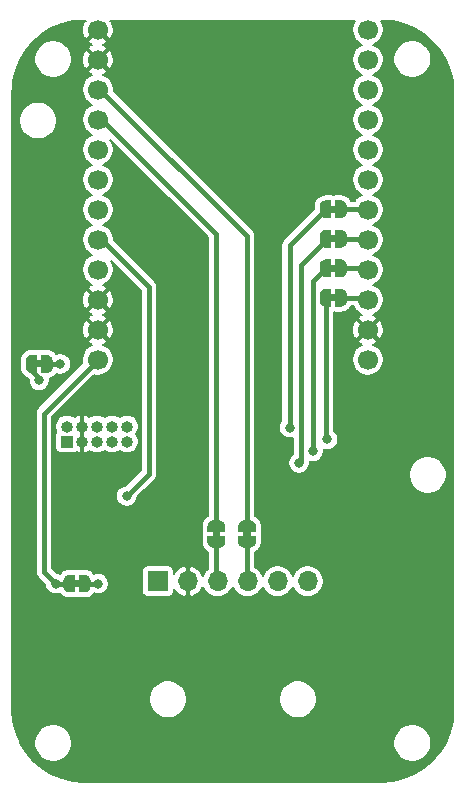
<source format=gbr>
%TF.GenerationSoftware,KiCad,Pcbnew,5.1.6*%
%TF.CreationDate,2020-09-04T21:44:15-07:00*%
%TF.ProjectId,sniffer,736e6966-6665-4722-9e6b-696361645f70,rev?*%
%TF.SameCoordinates,Original*%
%TF.FileFunction,Copper,L2,Bot*%
%TF.FilePolarity,Positive*%
%FSLAX46Y46*%
G04 Gerber Fmt 4.6, Leading zero omitted, Abs format (unit mm)*
G04 Created by KiCad (PCBNEW 5.1.6) date 2020-09-04 21:44:15*
%MOMM*%
%LPD*%
G01*
G04 APERTURE LIST*
%TA.AperFunction,EtchedComponent*%
%ADD10C,0.100000*%
%TD*%
%TA.AperFunction,ComponentPad*%
%ADD11O,1.700000X1.700000*%
%TD*%
%TA.AperFunction,ComponentPad*%
%ADD12R,1.700000X1.700000*%
%TD*%
%TA.AperFunction,ComponentPad*%
%ADD13O,1.000000X1.000000*%
%TD*%
%TA.AperFunction,ComponentPad*%
%ADD14R,1.000000X1.000000*%
%TD*%
%TA.AperFunction,ComponentPad*%
%ADD15C,1.700000*%
%TD*%
%TA.AperFunction,SMDPad,CuDef*%
%ADD16C,0.100000*%
%TD*%
%TA.AperFunction,ViaPad*%
%ADD17C,0.800000*%
%TD*%
%TA.AperFunction,Conductor*%
%ADD18C,0.400000*%
%TD*%
%TA.AperFunction,Conductor*%
%ADD19C,0.200000*%
%TD*%
G04 APERTURE END LIST*
D10*
%TO.C,JP1*%
G36*
X107050000Y-84500000D02*
G01*
X106550000Y-84500000D01*
X106550000Y-83900000D01*
X107050000Y-83900000D01*
X107050000Y-84500000D01*
G37*
%TO.C,JP2*%
G36*
X118900000Y-79750000D02*
G01*
X118900000Y-80250000D01*
X118300000Y-80250000D01*
X118300000Y-79750000D01*
X118900000Y-79750000D01*
G37*
%TO.C,JP3*%
G36*
X121500000Y-79750000D02*
G01*
X121500000Y-80250000D01*
X120900000Y-80250000D01*
X120900000Y-79750000D01*
X121500000Y-79750000D01*
G37*
%TO.C,JP4*%
G36*
X128250000Y-52200000D02*
G01*
X128750000Y-52200000D01*
X128750000Y-52800000D01*
X128250000Y-52800000D01*
X128250000Y-52200000D01*
G37*
%TO.C,JP5*%
G36*
X128250000Y-54700000D02*
G01*
X128750000Y-54700000D01*
X128750000Y-55300000D01*
X128250000Y-55300000D01*
X128250000Y-54700000D01*
G37*
%TO.C,JP6*%
G36*
X128250000Y-57200000D02*
G01*
X128750000Y-57200000D01*
X128750000Y-57800000D01*
X128250000Y-57800000D01*
X128250000Y-57200000D01*
G37*
%TO.C,JP7*%
G36*
X128250000Y-59700000D02*
G01*
X128750000Y-59700000D01*
X128750000Y-60300000D01*
X128250000Y-60300000D01*
X128250000Y-59700000D01*
G37*
%TO.C,JP8*%
G36*
X103350000Y-65300000D02*
G01*
X103850000Y-65300000D01*
X103850000Y-65900000D01*
X103350000Y-65900000D01*
X103350000Y-65300000D01*
G37*
%TD*%
D11*
%TO.P,J1,6*%
%TO.N,Net-(J1-Pad6)*%
X126350000Y-84000000D03*
%TO.P,J1,5*%
%TO.N,Net-(J1-Pad5)*%
X123810000Y-84000000D03*
%TO.P,J1,4*%
%TO.N,Net-(J1-Pad4)*%
X121270000Y-84000000D03*
%TO.P,J1,3*%
%TO.N,Net-(J1-Pad3)*%
X118730000Y-84000000D03*
%TO.P,J1,2*%
%TO.N,GND*%
X116190000Y-84000000D03*
D12*
%TO.P,J1,1*%
%TO.N,Net-(C1-Pad1)*%
X113650000Y-84000000D03*
%TD*%
D13*
%TO.P,J2,4*%
%TO.N,GND*%
X107230000Y-70900000D03*
%TO.P,J2,2*%
%TO.N,Net-(C2-Pad1)*%
X105960000Y-70900000D03*
%TO.P,J2,8*%
%TO.N,Net-(J2-Pad8)*%
X109770000Y-70900000D03*
%TO.P,J2,9*%
%TO.N,/PMS_TX*%
X111040000Y-72170000D03*
%TO.P,J2,10*%
%TO.N,/PMS_SET*%
X111040000Y-70900000D03*
%TO.P,J2,3*%
%TO.N,GND*%
X107230000Y-72170000D03*
%TO.P,J2,6*%
%TO.N,Net-(J2-Pad6)*%
X108500000Y-70900000D03*
%TO.P,J2,7*%
%TO.N,/PMS_RX*%
X109770000Y-72170000D03*
D14*
%TO.P,J2,1*%
%TO.N,Net-(C2-Pad1)*%
X105960000Y-72170000D03*
D13*
%TO.P,J2,5*%
%TO.N,/PMS_RESET*%
X108500000Y-72170000D03*
%TD*%
D15*
%TO.P,U1,3V3_0*%
%TO.N,+3V3*%
X108570000Y-65240000D03*
%TO.P,U1,GND_3*%
%TO.N,GND*%
X108570000Y-62700000D03*
%TO.P,U1,GND_2*%
X108570000Y-60160000D03*
%TO.P,U1,12*%
%TO.N,/PMS_PWR*%
X108570000Y-57620000D03*
%TO.P,U1,13*%
%TO.N,/BME_PWR*%
X108570000Y-55080000D03*
%TO.P,U1,15*%
%TO.N,Net-(U1-Pad15)*%
X108570000Y-52540000D03*
%TO.P,U1,2*%
%TO.N,Net-(U1-Pad2)*%
X108570000Y-50000000D03*
%TO.P,U1,17*%
%TO.N,Net-(U1-Pad17)*%
X108570000Y-47460000D03*
%TO.P,U1,22*%
%TO.N,/SCL*%
X108570000Y-44920000D03*
%TO.P,U1,21*%
%TO.N,/SDA*%
X108570000Y-42380000D03*
%TO.P,U1,GND_1*%
%TO.N,GND*%
X108570000Y-39840000D03*
%TO.P,U1,GND_0*%
X108570000Y-37300000D03*
%TO.P,U1,5V*%
%TO.N,+5V*%
X131430000Y-65240000D03*
%TO.P,U1,GND_4*%
%TO.N,GND*%
X131430000Y-62700000D03*
%TO.P,U1,27*%
%TO.N,Net-(JP7-Pad1)*%
X131430000Y-60160000D03*
%TO.P,U1,26*%
%TO.N,Net-(JP6-Pad1)*%
X131430000Y-57620000D03*
%TO.P,U1,25*%
%TO.N,Net-(JP5-Pad1)*%
X131430000Y-55080000D03*
%TO.P,U1,33*%
%TO.N,Net-(JP4-Pad1)*%
X131430000Y-52540000D03*
%TO.P,U1,32*%
%TO.N,Net-(U1-Pad32)*%
X131430000Y-50000000D03*
%TO.P,U1,39*%
%TO.N,Net-(U1-Pad39)*%
X131430000Y-47460000D03*
%TO.P,U1,38*%
%TO.N,Net-(U1-Pad38)*%
X131430000Y-44920000D03*
%TO.P,U1,37*%
%TO.N,Net-(U1-Pad37)*%
X131430000Y-42380000D03*
%TO.P,U1,36*%
%TO.N,Net-(U1-Pad36)*%
X131430000Y-39840000D03*
%TO.P,U1,3V3_1*%
%TO.N,+3V3*%
X131430000Y-37300000D03*
%TD*%
%TA.AperFunction,SMDPad,CuDef*%
D16*
%TO.P,JP1,1*%
%TO.N,+3V3*%
G36*
X106650000Y-84950000D02*
G01*
X106150000Y-84950000D01*
X106150000Y-84949398D01*
X106125466Y-84949398D01*
X106076635Y-84944588D01*
X106028510Y-84935016D01*
X105981555Y-84920772D01*
X105936222Y-84901995D01*
X105892949Y-84878864D01*
X105852150Y-84851604D01*
X105814221Y-84820476D01*
X105779524Y-84785779D01*
X105748396Y-84747850D01*
X105721136Y-84707051D01*
X105698005Y-84663778D01*
X105679228Y-84618445D01*
X105664984Y-84571490D01*
X105655412Y-84523365D01*
X105650602Y-84474534D01*
X105650602Y-84450000D01*
X105650000Y-84450000D01*
X105650000Y-83950000D01*
X105650602Y-83950000D01*
X105650602Y-83925466D01*
X105655412Y-83876635D01*
X105664984Y-83828510D01*
X105679228Y-83781555D01*
X105698005Y-83736222D01*
X105721136Y-83692949D01*
X105748396Y-83652150D01*
X105779524Y-83614221D01*
X105814221Y-83579524D01*
X105852150Y-83548396D01*
X105892949Y-83521136D01*
X105936222Y-83498005D01*
X105981555Y-83479228D01*
X106028510Y-83464984D01*
X106076635Y-83455412D01*
X106125466Y-83450602D01*
X106150000Y-83450602D01*
X106150000Y-83450000D01*
X106650000Y-83450000D01*
X106650000Y-84950000D01*
G37*
%TD.AperFunction*%
%TA.AperFunction,SMDPad,CuDef*%
%TO.P,JP1,2*%
%TO.N,Net-(C1-Pad1)*%
G36*
X107450000Y-83450602D02*
G01*
X107474534Y-83450602D01*
X107523365Y-83455412D01*
X107571490Y-83464984D01*
X107618445Y-83479228D01*
X107663778Y-83498005D01*
X107707051Y-83521136D01*
X107747850Y-83548396D01*
X107785779Y-83579524D01*
X107820476Y-83614221D01*
X107851604Y-83652150D01*
X107878864Y-83692949D01*
X107901995Y-83736222D01*
X107920772Y-83781555D01*
X107935016Y-83828510D01*
X107944588Y-83876635D01*
X107949398Y-83925466D01*
X107949398Y-83950000D01*
X107950000Y-83950000D01*
X107950000Y-84450000D01*
X107949398Y-84450000D01*
X107949398Y-84474534D01*
X107944588Y-84523365D01*
X107935016Y-84571490D01*
X107920772Y-84618445D01*
X107901995Y-84663778D01*
X107878864Y-84707051D01*
X107851604Y-84747850D01*
X107820476Y-84785779D01*
X107785779Y-84820476D01*
X107747850Y-84851604D01*
X107707051Y-84878864D01*
X107663778Y-84901995D01*
X107618445Y-84920772D01*
X107571490Y-84935016D01*
X107523365Y-84944588D01*
X107474534Y-84949398D01*
X107450000Y-84949398D01*
X107450000Y-84950000D01*
X106950000Y-84950000D01*
X106950000Y-83450000D01*
X107450000Y-83450000D01*
X107450000Y-83450602D01*
G37*
%TD.AperFunction*%
%TD*%
%TA.AperFunction,SMDPad,CuDef*%
%TO.P,JP2,1*%
%TO.N,Net-(J1-Pad3)*%
G36*
X119350000Y-80150000D02*
G01*
X119350000Y-80650000D01*
X119349398Y-80650000D01*
X119349398Y-80674534D01*
X119344588Y-80723365D01*
X119335016Y-80771490D01*
X119320772Y-80818445D01*
X119301995Y-80863778D01*
X119278864Y-80907051D01*
X119251604Y-80947850D01*
X119220476Y-80985779D01*
X119185779Y-81020476D01*
X119147850Y-81051604D01*
X119107051Y-81078864D01*
X119063778Y-81101995D01*
X119018445Y-81120772D01*
X118971490Y-81135016D01*
X118923365Y-81144588D01*
X118874534Y-81149398D01*
X118850000Y-81149398D01*
X118850000Y-81150000D01*
X118350000Y-81150000D01*
X118350000Y-81149398D01*
X118325466Y-81149398D01*
X118276635Y-81144588D01*
X118228510Y-81135016D01*
X118181555Y-81120772D01*
X118136222Y-81101995D01*
X118092949Y-81078864D01*
X118052150Y-81051604D01*
X118014221Y-81020476D01*
X117979524Y-80985779D01*
X117948396Y-80947850D01*
X117921136Y-80907051D01*
X117898005Y-80863778D01*
X117879228Y-80818445D01*
X117864984Y-80771490D01*
X117855412Y-80723365D01*
X117850602Y-80674534D01*
X117850602Y-80650000D01*
X117850000Y-80650000D01*
X117850000Y-80150000D01*
X119350000Y-80150000D01*
G37*
%TD.AperFunction*%
%TA.AperFunction,SMDPad,CuDef*%
%TO.P,JP2,2*%
%TO.N,/SCL*%
G36*
X117850602Y-79350000D02*
G01*
X117850602Y-79325466D01*
X117855412Y-79276635D01*
X117864984Y-79228510D01*
X117879228Y-79181555D01*
X117898005Y-79136222D01*
X117921136Y-79092949D01*
X117948396Y-79052150D01*
X117979524Y-79014221D01*
X118014221Y-78979524D01*
X118052150Y-78948396D01*
X118092949Y-78921136D01*
X118136222Y-78898005D01*
X118181555Y-78879228D01*
X118228510Y-78864984D01*
X118276635Y-78855412D01*
X118325466Y-78850602D01*
X118350000Y-78850602D01*
X118350000Y-78850000D01*
X118850000Y-78850000D01*
X118850000Y-78850602D01*
X118874534Y-78850602D01*
X118923365Y-78855412D01*
X118971490Y-78864984D01*
X119018445Y-78879228D01*
X119063778Y-78898005D01*
X119107051Y-78921136D01*
X119147850Y-78948396D01*
X119185779Y-78979524D01*
X119220476Y-79014221D01*
X119251604Y-79052150D01*
X119278864Y-79092949D01*
X119301995Y-79136222D01*
X119320772Y-79181555D01*
X119335016Y-79228510D01*
X119344588Y-79276635D01*
X119349398Y-79325466D01*
X119349398Y-79350000D01*
X119350000Y-79350000D01*
X119350000Y-79850000D01*
X117850000Y-79850000D01*
X117850000Y-79350000D01*
X117850602Y-79350000D01*
G37*
%TD.AperFunction*%
%TD*%
%TA.AperFunction,SMDPad,CuDef*%
%TO.P,JP3,1*%
%TO.N,Net-(J1-Pad4)*%
G36*
X121950000Y-80150000D02*
G01*
X121950000Y-80650000D01*
X121949398Y-80650000D01*
X121949398Y-80674534D01*
X121944588Y-80723365D01*
X121935016Y-80771490D01*
X121920772Y-80818445D01*
X121901995Y-80863778D01*
X121878864Y-80907051D01*
X121851604Y-80947850D01*
X121820476Y-80985779D01*
X121785779Y-81020476D01*
X121747850Y-81051604D01*
X121707051Y-81078864D01*
X121663778Y-81101995D01*
X121618445Y-81120772D01*
X121571490Y-81135016D01*
X121523365Y-81144588D01*
X121474534Y-81149398D01*
X121450000Y-81149398D01*
X121450000Y-81150000D01*
X120950000Y-81150000D01*
X120950000Y-81149398D01*
X120925466Y-81149398D01*
X120876635Y-81144588D01*
X120828510Y-81135016D01*
X120781555Y-81120772D01*
X120736222Y-81101995D01*
X120692949Y-81078864D01*
X120652150Y-81051604D01*
X120614221Y-81020476D01*
X120579524Y-80985779D01*
X120548396Y-80947850D01*
X120521136Y-80907051D01*
X120498005Y-80863778D01*
X120479228Y-80818445D01*
X120464984Y-80771490D01*
X120455412Y-80723365D01*
X120450602Y-80674534D01*
X120450602Y-80650000D01*
X120450000Y-80650000D01*
X120450000Y-80150000D01*
X121950000Y-80150000D01*
G37*
%TD.AperFunction*%
%TA.AperFunction,SMDPad,CuDef*%
%TO.P,JP3,2*%
%TO.N,/SDA*%
G36*
X120450602Y-79350000D02*
G01*
X120450602Y-79325466D01*
X120455412Y-79276635D01*
X120464984Y-79228510D01*
X120479228Y-79181555D01*
X120498005Y-79136222D01*
X120521136Y-79092949D01*
X120548396Y-79052150D01*
X120579524Y-79014221D01*
X120614221Y-78979524D01*
X120652150Y-78948396D01*
X120692949Y-78921136D01*
X120736222Y-78898005D01*
X120781555Y-78879228D01*
X120828510Y-78864984D01*
X120876635Y-78855412D01*
X120925466Y-78850602D01*
X120950000Y-78850602D01*
X120950000Y-78850000D01*
X121450000Y-78850000D01*
X121450000Y-78850602D01*
X121474534Y-78850602D01*
X121523365Y-78855412D01*
X121571490Y-78864984D01*
X121618445Y-78879228D01*
X121663778Y-78898005D01*
X121707051Y-78921136D01*
X121747850Y-78948396D01*
X121785779Y-78979524D01*
X121820476Y-79014221D01*
X121851604Y-79052150D01*
X121878864Y-79092949D01*
X121901995Y-79136222D01*
X121920772Y-79181555D01*
X121935016Y-79228510D01*
X121944588Y-79276635D01*
X121949398Y-79325466D01*
X121949398Y-79350000D01*
X121950000Y-79350000D01*
X121950000Y-79850000D01*
X120450000Y-79850000D01*
X120450000Y-79350000D01*
X120450602Y-79350000D01*
G37*
%TD.AperFunction*%
%TD*%
%TA.AperFunction,SMDPad,CuDef*%
%TO.P,JP4,1*%
%TO.N,Net-(JP4-Pad1)*%
G36*
X128650000Y-51750000D02*
G01*
X129150000Y-51750000D01*
X129150000Y-51750602D01*
X129174534Y-51750602D01*
X129223365Y-51755412D01*
X129271490Y-51764984D01*
X129318445Y-51779228D01*
X129363778Y-51798005D01*
X129407051Y-51821136D01*
X129447850Y-51848396D01*
X129485779Y-51879524D01*
X129520476Y-51914221D01*
X129551604Y-51952150D01*
X129578864Y-51992949D01*
X129601995Y-52036222D01*
X129620772Y-52081555D01*
X129635016Y-52128510D01*
X129644588Y-52176635D01*
X129649398Y-52225466D01*
X129649398Y-52250000D01*
X129650000Y-52250000D01*
X129650000Y-52750000D01*
X129649398Y-52750000D01*
X129649398Y-52774534D01*
X129644588Y-52823365D01*
X129635016Y-52871490D01*
X129620772Y-52918445D01*
X129601995Y-52963778D01*
X129578864Y-53007051D01*
X129551604Y-53047850D01*
X129520476Y-53085779D01*
X129485779Y-53120476D01*
X129447850Y-53151604D01*
X129407051Y-53178864D01*
X129363778Y-53201995D01*
X129318445Y-53220772D01*
X129271490Y-53235016D01*
X129223365Y-53244588D01*
X129174534Y-53249398D01*
X129150000Y-53249398D01*
X129150000Y-53250000D01*
X128650000Y-53250000D01*
X128650000Y-51750000D01*
G37*
%TD.AperFunction*%
%TA.AperFunction,SMDPad,CuDef*%
%TO.P,JP4,2*%
%TO.N,/PMS_SET*%
G36*
X127850000Y-53249398D02*
G01*
X127825466Y-53249398D01*
X127776635Y-53244588D01*
X127728510Y-53235016D01*
X127681555Y-53220772D01*
X127636222Y-53201995D01*
X127592949Y-53178864D01*
X127552150Y-53151604D01*
X127514221Y-53120476D01*
X127479524Y-53085779D01*
X127448396Y-53047850D01*
X127421136Y-53007051D01*
X127398005Y-52963778D01*
X127379228Y-52918445D01*
X127364984Y-52871490D01*
X127355412Y-52823365D01*
X127350602Y-52774534D01*
X127350602Y-52750000D01*
X127350000Y-52750000D01*
X127350000Y-52250000D01*
X127350602Y-52250000D01*
X127350602Y-52225466D01*
X127355412Y-52176635D01*
X127364984Y-52128510D01*
X127379228Y-52081555D01*
X127398005Y-52036222D01*
X127421136Y-51992949D01*
X127448396Y-51952150D01*
X127479524Y-51914221D01*
X127514221Y-51879524D01*
X127552150Y-51848396D01*
X127592949Y-51821136D01*
X127636222Y-51798005D01*
X127681555Y-51779228D01*
X127728510Y-51764984D01*
X127776635Y-51755412D01*
X127825466Y-51750602D01*
X127850000Y-51750602D01*
X127850000Y-51750000D01*
X128350000Y-51750000D01*
X128350000Y-53250000D01*
X127850000Y-53250000D01*
X127850000Y-53249398D01*
G37*
%TD.AperFunction*%
%TD*%
%TA.AperFunction,SMDPad,CuDef*%
%TO.P,JP5,1*%
%TO.N,Net-(JP5-Pad1)*%
G36*
X128650000Y-54250000D02*
G01*
X129150000Y-54250000D01*
X129150000Y-54250602D01*
X129174534Y-54250602D01*
X129223365Y-54255412D01*
X129271490Y-54264984D01*
X129318445Y-54279228D01*
X129363778Y-54298005D01*
X129407051Y-54321136D01*
X129447850Y-54348396D01*
X129485779Y-54379524D01*
X129520476Y-54414221D01*
X129551604Y-54452150D01*
X129578864Y-54492949D01*
X129601995Y-54536222D01*
X129620772Y-54581555D01*
X129635016Y-54628510D01*
X129644588Y-54676635D01*
X129649398Y-54725466D01*
X129649398Y-54750000D01*
X129650000Y-54750000D01*
X129650000Y-55250000D01*
X129649398Y-55250000D01*
X129649398Y-55274534D01*
X129644588Y-55323365D01*
X129635016Y-55371490D01*
X129620772Y-55418445D01*
X129601995Y-55463778D01*
X129578864Y-55507051D01*
X129551604Y-55547850D01*
X129520476Y-55585779D01*
X129485779Y-55620476D01*
X129447850Y-55651604D01*
X129407051Y-55678864D01*
X129363778Y-55701995D01*
X129318445Y-55720772D01*
X129271490Y-55735016D01*
X129223365Y-55744588D01*
X129174534Y-55749398D01*
X129150000Y-55749398D01*
X129150000Y-55750000D01*
X128650000Y-55750000D01*
X128650000Y-54250000D01*
G37*
%TD.AperFunction*%
%TA.AperFunction,SMDPad,CuDef*%
%TO.P,JP5,2*%
%TO.N,/PMS_RESET*%
G36*
X127850000Y-55749398D02*
G01*
X127825466Y-55749398D01*
X127776635Y-55744588D01*
X127728510Y-55735016D01*
X127681555Y-55720772D01*
X127636222Y-55701995D01*
X127592949Y-55678864D01*
X127552150Y-55651604D01*
X127514221Y-55620476D01*
X127479524Y-55585779D01*
X127448396Y-55547850D01*
X127421136Y-55507051D01*
X127398005Y-55463778D01*
X127379228Y-55418445D01*
X127364984Y-55371490D01*
X127355412Y-55323365D01*
X127350602Y-55274534D01*
X127350602Y-55250000D01*
X127350000Y-55250000D01*
X127350000Y-54750000D01*
X127350602Y-54750000D01*
X127350602Y-54725466D01*
X127355412Y-54676635D01*
X127364984Y-54628510D01*
X127379228Y-54581555D01*
X127398005Y-54536222D01*
X127421136Y-54492949D01*
X127448396Y-54452150D01*
X127479524Y-54414221D01*
X127514221Y-54379524D01*
X127552150Y-54348396D01*
X127592949Y-54321136D01*
X127636222Y-54298005D01*
X127681555Y-54279228D01*
X127728510Y-54264984D01*
X127776635Y-54255412D01*
X127825466Y-54250602D01*
X127850000Y-54250602D01*
X127850000Y-54250000D01*
X128350000Y-54250000D01*
X128350000Y-55750000D01*
X127850000Y-55750000D01*
X127850000Y-55749398D01*
G37*
%TD.AperFunction*%
%TD*%
%TA.AperFunction,SMDPad,CuDef*%
%TO.P,JP6,1*%
%TO.N,Net-(JP6-Pad1)*%
G36*
X128650000Y-56750000D02*
G01*
X129150000Y-56750000D01*
X129150000Y-56750602D01*
X129174534Y-56750602D01*
X129223365Y-56755412D01*
X129271490Y-56764984D01*
X129318445Y-56779228D01*
X129363778Y-56798005D01*
X129407051Y-56821136D01*
X129447850Y-56848396D01*
X129485779Y-56879524D01*
X129520476Y-56914221D01*
X129551604Y-56952150D01*
X129578864Y-56992949D01*
X129601995Y-57036222D01*
X129620772Y-57081555D01*
X129635016Y-57128510D01*
X129644588Y-57176635D01*
X129649398Y-57225466D01*
X129649398Y-57250000D01*
X129650000Y-57250000D01*
X129650000Y-57750000D01*
X129649398Y-57750000D01*
X129649398Y-57774534D01*
X129644588Y-57823365D01*
X129635016Y-57871490D01*
X129620772Y-57918445D01*
X129601995Y-57963778D01*
X129578864Y-58007051D01*
X129551604Y-58047850D01*
X129520476Y-58085779D01*
X129485779Y-58120476D01*
X129447850Y-58151604D01*
X129407051Y-58178864D01*
X129363778Y-58201995D01*
X129318445Y-58220772D01*
X129271490Y-58235016D01*
X129223365Y-58244588D01*
X129174534Y-58249398D01*
X129150000Y-58249398D01*
X129150000Y-58250000D01*
X128650000Y-58250000D01*
X128650000Y-56750000D01*
G37*
%TD.AperFunction*%
%TA.AperFunction,SMDPad,CuDef*%
%TO.P,JP6,2*%
%TO.N,/PMS_RX*%
G36*
X127850000Y-58249398D02*
G01*
X127825466Y-58249398D01*
X127776635Y-58244588D01*
X127728510Y-58235016D01*
X127681555Y-58220772D01*
X127636222Y-58201995D01*
X127592949Y-58178864D01*
X127552150Y-58151604D01*
X127514221Y-58120476D01*
X127479524Y-58085779D01*
X127448396Y-58047850D01*
X127421136Y-58007051D01*
X127398005Y-57963778D01*
X127379228Y-57918445D01*
X127364984Y-57871490D01*
X127355412Y-57823365D01*
X127350602Y-57774534D01*
X127350602Y-57750000D01*
X127350000Y-57750000D01*
X127350000Y-57250000D01*
X127350602Y-57250000D01*
X127350602Y-57225466D01*
X127355412Y-57176635D01*
X127364984Y-57128510D01*
X127379228Y-57081555D01*
X127398005Y-57036222D01*
X127421136Y-56992949D01*
X127448396Y-56952150D01*
X127479524Y-56914221D01*
X127514221Y-56879524D01*
X127552150Y-56848396D01*
X127592949Y-56821136D01*
X127636222Y-56798005D01*
X127681555Y-56779228D01*
X127728510Y-56764984D01*
X127776635Y-56755412D01*
X127825466Y-56750602D01*
X127850000Y-56750602D01*
X127850000Y-56750000D01*
X128350000Y-56750000D01*
X128350000Y-58250000D01*
X127850000Y-58250000D01*
X127850000Y-58249398D01*
G37*
%TD.AperFunction*%
%TD*%
%TA.AperFunction,SMDPad,CuDef*%
%TO.P,JP7,1*%
%TO.N,Net-(JP7-Pad1)*%
G36*
X128650000Y-59250000D02*
G01*
X129150000Y-59250000D01*
X129150000Y-59250602D01*
X129174534Y-59250602D01*
X129223365Y-59255412D01*
X129271490Y-59264984D01*
X129318445Y-59279228D01*
X129363778Y-59298005D01*
X129407051Y-59321136D01*
X129447850Y-59348396D01*
X129485779Y-59379524D01*
X129520476Y-59414221D01*
X129551604Y-59452150D01*
X129578864Y-59492949D01*
X129601995Y-59536222D01*
X129620772Y-59581555D01*
X129635016Y-59628510D01*
X129644588Y-59676635D01*
X129649398Y-59725466D01*
X129649398Y-59750000D01*
X129650000Y-59750000D01*
X129650000Y-60250000D01*
X129649398Y-60250000D01*
X129649398Y-60274534D01*
X129644588Y-60323365D01*
X129635016Y-60371490D01*
X129620772Y-60418445D01*
X129601995Y-60463778D01*
X129578864Y-60507051D01*
X129551604Y-60547850D01*
X129520476Y-60585779D01*
X129485779Y-60620476D01*
X129447850Y-60651604D01*
X129407051Y-60678864D01*
X129363778Y-60701995D01*
X129318445Y-60720772D01*
X129271490Y-60735016D01*
X129223365Y-60744588D01*
X129174534Y-60749398D01*
X129150000Y-60749398D01*
X129150000Y-60750000D01*
X128650000Y-60750000D01*
X128650000Y-59250000D01*
G37*
%TD.AperFunction*%
%TA.AperFunction,SMDPad,CuDef*%
%TO.P,JP7,2*%
%TO.N,/PMS_TX*%
G36*
X127850000Y-60749398D02*
G01*
X127825466Y-60749398D01*
X127776635Y-60744588D01*
X127728510Y-60735016D01*
X127681555Y-60720772D01*
X127636222Y-60701995D01*
X127592949Y-60678864D01*
X127552150Y-60651604D01*
X127514221Y-60620476D01*
X127479524Y-60585779D01*
X127448396Y-60547850D01*
X127421136Y-60507051D01*
X127398005Y-60463778D01*
X127379228Y-60418445D01*
X127364984Y-60371490D01*
X127355412Y-60323365D01*
X127350602Y-60274534D01*
X127350602Y-60250000D01*
X127350000Y-60250000D01*
X127350000Y-59750000D01*
X127350602Y-59750000D01*
X127350602Y-59725466D01*
X127355412Y-59676635D01*
X127364984Y-59628510D01*
X127379228Y-59581555D01*
X127398005Y-59536222D01*
X127421136Y-59492949D01*
X127448396Y-59452150D01*
X127479524Y-59414221D01*
X127514221Y-59379524D01*
X127552150Y-59348396D01*
X127592949Y-59321136D01*
X127636222Y-59298005D01*
X127681555Y-59279228D01*
X127728510Y-59264984D01*
X127776635Y-59255412D01*
X127825466Y-59250602D01*
X127850000Y-59250602D01*
X127850000Y-59250000D01*
X128350000Y-59250000D01*
X128350000Y-60750000D01*
X127850000Y-60750000D01*
X127850000Y-60749398D01*
G37*
%TD.AperFunction*%
%TD*%
%TA.AperFunction,SMDPad,CuDef*%
%TO.P,JP8,1*%
%TO.N,+5V*%
G36*
X103750000Y-64850000D02*
G01*
X104250000Y-64850000D01*
X104250000Y-64850602D01*
X104274534Y-64850602D01*
X104323365Y-64855412D01*
X104371490Y-64864984D01*
X104418445Y-64879228D01*
X104463778Y-64898005D01*
X104507051Y-64921136D01*
X104547850Y-64948396D01*
X104585779Y-64979524D01*
X104620476Y-65014221D01*
X104651604Y-65052150D01*
X104678864Y-65092949D01*
X104701995Y-65136222D01*
X104720772Y-65181555D01*
X104735016Y-65228510D01*
X104744588Y-65276635D01*
X104749398Y-65325466D01*
X104749398Y-65350000D01*
X104750000Y-65350000D01*
X104750000Y-65850000D01*
X104749398Y-65850000D01*
X104749398Y-65874534D01*
X104744588Y-65923365D01*
X104735016Y-65971490D01*
X104720772Y-66018445D01*
X104701995Y-66063778D01*
X104678864Y-66107051D01*
X104651604Y-66147850D01*
X104620476Y-66185779D01*
X104585779Y-66220476D01*
X104547850Y-66251604D01*
X104507051Y-66278864D01*
X104463778Y-66301995D01*
X104418445Y-66320772D01*
X104371490Y-66335016D01*
X104323365Y-66344588D01*
X104274534Y-66349398D01*
X104250000Y-66349398D01*
X104250000Y-66350000D01*
X103750000Y-66350000D01*
X103750000Y-64850000D01*
G37*
%TD.AperFunction*%
%TA.AperFunction,SMDPad,CuDef*%
%TO.P,JP8,2*%
%TO.N,Net-(C2-Pad1)*%
G36*
X102950000Y-66349398D02*
G01*
X102925466Y-66349398D01*
X102876635Y-66344588D01*
X102828510Y-66335016D01*
X102781555Y-66320772D01*
X102736222Y-66301995D01*
X102692949Y-66278864D01*
X102652150Y-66251604D01*
X102614221Y-66220476D01*
X102579524Y-66185779D01*
X102548396Y-66147850D01*
X102521136Y-66107051D01*
X102498005Y-66063778D01*
X102479228Y-66018445D01*
X102464984Y-65971490D01*
X102455412Y-65923365D01*
X102450602Y-65874534D01*
X102450602Y-65850000D01*
X102450000Y-65850000D01*
X102450000Y-65350000D01*
X102450602Y-65350000D01*
X102450602Y-65325466D01*
X102455412Y-65276635D01*
X102464984Y-65228510D01*
X102479228Y-65181555D01*
X102498005Y-65136222D01*
X102521136Y-65092949D01*
X102548396Y-65052150D01*
X102579524Y-65014221D01*
X102614221Y-64979524D01*
X102652150Y-64948396D01*
X102692949Y-64921136D01*
X102736222Y-64898005D01*
X102781555Y-64879228D01*
X102828510Y-64864984D01*
X102876635Y-64855412D01*
X102925466Y-64850602D01*
X102950000Y-64850602D01*
X102950000Y-64850000D01*
X103450000Y-64850000D01*
X103450000Y-66350000D01*
X102950000Y-66350000D01*
X102950000Y-66349398D01*
G37*
%TD.AperFunction*%
%TD*%
D17*
%TO.N,+3V3*%
X105000000Y-84200000D03*
%TO.N,+5V*%
X105400000Y-65600000D03*
%TO.N,/PMS_RESET*%
X125600000Y-74000000D03*
%TO.N,/PMS_RX*%
X126800000Y-73000000D03*
%TO.N,/PMS_TX*%
X128000000Y-72000000D03*
%TO.N,/PMS_SET*%
X124800000Y-71000000D03*
%TO.N,Net-(C1-Pad1)*%
X108600000Y-84200000D03*
%TO.N,Net-(C2-Pad1)*%
X103600000Y-67000000D03*
%TO.N,/BME_PWR*%
X111000000Y-76800000D03*
%TD*%
D18*
%TO.N,+3V3*%
X108570000Y-65240000D02*
X104000000Y-69810000D01*
X106150000Y-84200000D02*
X106150000Y-84150000D01*
X104000000Y-69810000D02*
X104000000Y-82000000D01*
X106150000Y-84200000D02*
X105000000Y-84200000D01*
X104000000Y-83200000D02*
X105000000Y-84200000D01*
X104000000Y-82000000D02*
X104000000Y-83200000D01*
%TO.N,/SCL*%
X108920000Y-44920000D02*
X108570000Y-44920000D01*
X118600000Y-54600000D02*
X108920000Y-44920000D01*
X118600000Y-79350000D02*
X118600000Y-54600000D01*
%TO.N,/SDA*%
X121200000Y-54800000D02*
X121200000Y-79350000D01*
X108780000Y-42380000D02*
X121200000Y-54800000D01*
X108570000Y-42380000D02*
X108780000Y-42380000D01*
%TO.N,+5V*%
X104250000Y-65600000D02*
X105400000Y-65600000D01*
%TO.N,/PMS_RESET*%
X127850000Y-55000000D02*
X127850000Y-55150000D01*
X127850000Y-55150000D02*
X125800000Y-57200000D01*
X125800000Y-73800000D02*
X125600000Y-74000000D01*
X125800000Y-57200000D02*
X125800000Y-73800000D01*
%TO.N,/PMS_RX*%
X126800000Y-58550000D02*
X127850000Y-57500000D01*
X126800000Y-73000000D02*
X126800000Y-58550000D01*
%TO.N,/PMS_TX*%
X127850000Y-71850000D02*
X127850000Y-60000000D01*
X128000000Y-72000000D02*
X127850000Y-71850000D01*
%TO.N,/PMS_SET*%
X124800000Y-55550000D02*
X127850000Y-52500000D01*
X124800000Y-71000000D02*
X124800000Y-55550000D01*
%TO.N,Net-(C1-Pad1)*%
X108600000Y-84200000D02*
X107450000Y-84200000D01*
%TO.N,Net-(C2-Pad1)*%
X103600000Y-66800000D02*
X103600000Y-67000000D01*
X102950000Y-66150000D02*
X103600000Y-66800000D01*
X102950000Y-65600000D02*
X102950000Y-66150000D01*
%TO.N,Net-(J1-Pad3)*%
X118600000Y-83870000D02*
X118730000Y-84000000D01*
X118600000Y-80650000D02*
X118600000Y-83870000D01*
%TO.N,Net-(J1-Pad4)*%
X121200000Y-83930000D02*
X121270000Y-84000000D01*
X121200000Y-80650000D02*
X121200000Y-83930000D01*
%TO.N,Net-(JP4-Pad1)*%
X131390000Y-52500000D02*
X131430000Y-52540000D01*
X129150000Y-52500000D02*
X131390000Y-52500000D01*
%TO.N,Net-(JP5-Pad1)*%
X131350000Y-55000000D02*
X131430000Y-55080000D01*
X129150000Y-55000000D02*
X131350000Y-55000000D01*
%TO.N,Net-(JP6-Pad1)*%
X131310000Y-57500000D02*
X131430000Y-57620000D01*
X129150000Y-57500000D02*
X131310000Y-57500000D01*
%TO.N,Net-(JP7-Pad1)*%
X131270000Y-60000000D02*
X131430000Y-60160000D01*
X129150000Y-60000000D02*
X131270000Y-60000000D01*
%TO.N,/BME_PWR*%
X112900000Y-74900000D02*
X111000000Y-76800000D01*
X108570000Y-55080000D02*
X108880000Y-55080000D01*
X112900000Y-59100000D02*
X112900000Y-74900000D01*
X108880000Y-55080000D02*
X112900000Y-59100000D01*
%TD*%
D19*
%TO.N,GND*%
G36*
X107416750Y-36585722D02*
G01*
X107299560Y-36824435D01*
X107231193Y-37081423D01*
X107214275Y-37346810D01*
X107249458Y-37610399D01*
X107335387Y-37862061D01*
X107416750Y-38014278D01*
X107631340Y-38097238D01*
X108428579Y-37300000D01*
X108414436Y-37285858D01*
X108555858Y-37144436D01*
X108570000Y-37158579D01*
X108584142Y-37144436D01*
X108725564Y-37285858D01*
X108711421Y-37300000D01*
X109508660Y-38097238D01*
X109723250Y-38014278D01*
X109840440Y-37775565D01*
X109908807Y-37518577D01*
X109925725Y-37253190D01*
X109890542Y-36989601D01*
X109804613Y-36737939D01*
X109723250Y-36585722D01*
X109566182Y-36525000D01*
X130324208Y-36525000D01*
X130233646Y-36660535D01*
X130131880Y-36906220D01*
X130080000Y-37167037D01*
X130080000Y-37432963D01*
X130131880Y-37693780D01*
X130233646Y-37939465D01*
X130381387Y-38160575D01*
X130569425Y-38348613D01*
X130790535Y-38496354D01*
X130968332Y-38570000D01*
X130790535Y-38643646D01*
X130569425Y-38791387D01*
X130381387Y-38979425D01*
X130233646Y-39200535D01*
X130131880Y-39446220D01*
X130080000Y-39707037D01*
X130080000Y-39972963D01*
X130131880Y-40233780D01*
X130233646Y-40479465D01*
X130381387Y-40700575D01*
X130569425Y-40888613D01*
X130790535Y-41036354D01*
X130968332Y-41110000D01*
X130790535Y-41183646D01*
X130569425Y-41331387D01*
X130381387Y-41519425D01*
X130233646Y-41740535D01*
X130131880Y-41986220D01*
X130080000Y-42247037D01*
X130080000Y-42512963D01*
X130131880Y-42773780D01*
X130233646Y-43019465D01*
X130381387Y-43240575D01*
X130569425Y-43428613D01*
X130790535Y-43576354D01*
X130968332Y-43650000D01*
X130790535Y-43723646D01*
X130569425Y-43871387D01*
X130381387Y-44059425D01*
X130233646Y-44280535D01*
X130131880Y-44526220D01*
X130080000Y-44787037D01*
X130080000Y-45052963D01*
X130131880Y-45313780D01*
X130233646Y-45559465D01*
X130381387Y-45780575D01*
X130569425Y-45968613D01*
X130790535Y-46116354D01*
X130968332Y-46190000D01*
X130790535Y-46263646D01*
X130569425Y-46411387D01*
X130381387Y-46599425D01*
X130233646Y-46820535D01*
X130131880Y-47066220D01*
X130080000Y-47327037D01*
X130080000Y-47592963D01*
X130131880Y-47853780D01*
X130233646Y-48099465D01*
X130381387Y-48320575D01*
X130569425Y-48508613D01*
X130790535Y-48656354D01*
X130968332Y-48730000D01*
X130790535Y-48803646D01*
X130569425Y-48951387D01*
X130381387Y-49139425D01*
X130233646Y-49360535D01*
X130131880Y-49606220D01*
X130080000Y-49867037D01*
X130080000Y-50132963D01*
X130131880Y-50393780D01*
X130233646Y-50639465D01*
X130381387Y-50860575D01*
X130569425Y-51048613D01*
X130790535Y-51196354D01*
X130968332Y-51270000D01*
X130790535Y-51343646D01*
X130569425Y-51491387D01*
X130381387Y-51679425D01*
X130300821Y-51800000D01*
X130043358Y-51800000D01*
X130008707Y-51735173D01*
X129954251Y-51653674D01*
X129891769Y-51577539D01*
X129822461Y-51508231D01*
X129746326Y-51445749D01*
X129664827Y-51391293D01*
X129577963Y-51344863D01*
X129487407Y-51307354D01*
X129393159Y-51278765D01*
X129297026Y-51259643D01*
X129199009Y-51249989D01*
X129174448Y-51249989D01*
X129150000Y-51247581D01*
X128650000Y-51247581D01*
X128551983Y-51257235D01*
X128500000Y-51273004D01*
X128448017Y-51257235D01*
X128350000Y-51247581D01*
X127850000Y-51247581D01*
X127825552Y-51249989D01*
X127800991Y-51249989D01*
X127702974Y-51259643D01*
X127606841Y-51278765D01*
X127512593Y-51307354D01*
X127422037Y-51344863D01*
X127335173Y-51391293D01*
X127253674Y-51445749D01*
X127177539Y-51508231D01*
X127108231Y-51577539D01*
X127045749Y-51653674D01*
X126991293Y-51735173D01*
X126944863Y-51822037D01*
X126907354Y-51912593D01*
X126878765Y-52006841D01*
X126859643Y-52102974D01*
X126849989Y-52200991D01*
X126849989Y-52225552D01*
X126847581Y-52250000D01*
X126847581Y-52512470D01*
X124329342Y-55030709D01*
X124302631Y-55052630D01*
X124280710Y-55079341D01*
X124280708Y-55079343D01*
X124215155Y-55159219D01*
X124150155Y-55280826D01*
X124129422Y-55349175D01*
X124115919Y-55393691D01*
X124110129Y-55412777D01*
X124096613Y-55550000D01*
X124100001Y-55584397D01*
X124100000Y-70427666D01*
X124002430Y-70573690D01*
X123934586Y-70737480D01*
X123900000Y-70911358D01*
X123900000Y-71088642D01*
X123934586Y-71262520D01*
X124002430Y-71426310D01*
X124100924Y-71573717D01*
X124226283Y-71699076D01*
X124373690Y-71797570D01*
X124537480Y-71865414D01*
X124711358Y-71900000D01*
X124888642Y-71900000D01*
X125062520Y-71865414D01*
X125100001Y-71849889D01*
X125100001Y-73251667D01*
X125026283Y-73300924D01*
X124900924Y-73426283D01*
X124802430Y-73573690D01*
X124734586Y-73737480D01*
X124700000Y-73911358D01*
X124700000Y-74088642D01*
X124734586Y-74262520D01*
X124802430Y-74426310D01*
X124900924Y-74573717D01*
X125026283Y-74699076D01*
X125173690Y-74797570D01*
X125337480Y-74865414D01*
X125511358Y-74900000D01*
X125688642Y-74900000D01*
X125862520Y-74865414D01*
X125918046Y-74842414D01*
X134900000Y-74842414D01*
X134900000Y-75157586D01*
X134961487Y-75466703D01*
X135082098Y-75757884D01*
X135257199Y-76019941D01*
X135480059Y-76242801D01*
X135742116Y-76417902D01*
X136033297Y-76538513D01*
X136342414Y-76600000D01*
X136657586Y-76600000D01*
X136966703Y-76538513D01*
X137257884Y-76417902D01*
X137519941Y-76242801D01*
X137742801Y-76019941D01*
X137917902Y-75757884D01*
X138038513Y-75466703D01*
X138100000Y-75157586D01*
X138100000Y-74842414D01*
X138038513Y-74533297D01*
X137917902Y-74242116D01*
X137742801Y-73980059D01*
X137519941Y-73757199D01*
X137257884Y-73582098D01*
X136966703Y-73461487D01*
X136657586Y-73400000D01*
X136342414Y-73400000D01*
X136033297Y-73461487D01*
X135742116Y-73582098D01*
X135480059Y-73757199D01*
X135257199Y-73980059D01*
X135082098Y-74242116D01*
X134961487Y-74533297D01*
X134900000Y-74842414D01*
X125918046Y-74842414D01*
X126026310Y-74797570D01*
X126173717Y-74699076D01*
X126299076Y-74573717D01*
X126397570Y-74426310D01*
X126465414Y-74262520D01*
X126500000Y-74088642D01*
X126500000Y-73911358D01*
X126494930Y-73885869D01*
X126498533Y-73849282D01*
X126537480Y-73865414D01*
X126711358Y-73900000D01*
X126888642Y-73900000D01*
X127062520Y-73865414D01*
X127226310Y-73797570D01*
X127373717Y-73699076D01*
X127499076Y-73573717D01*
X127597570Y-73426310D01*
X127665414Y-73262520D01*
X127700000Y-73088642D01*
X127700000Y-72911358D01*
X127686675Y-72844370D01*
X127737480Y-72865414D01*
X127911358Y-72900000D01*
X128088642Y-72900000D01*
X128262520Y-72865414D01*
X128426310Y-72797570D01*
X128573717Y-72699076D01*
X128699076Y-72573717D01*
X128797570Y-72426310D01*
X128865414Y-72262520D01*
X128900000Y-72088642D01*
X128900000Y-71911358D01*
X128865414Y-71737480D01*
X128797570Y-71573690D01*
X128699076Y-71426283D01*
X128573717Y-71300924D01*
X128550000Y-71285077D01*
X128550000Y-65107037D01*
X130080000Y-65107037D01*
X130080000Y-65372963D01*
X130131880Y-65633780D01*
X130233646Y-65879465D01*
X130381387Y-66100575D01*
X130569425Y-66288613D01*
X130790535Y-66436354D01*
X131036220Y-66538120D01*
X131297037Y-66590000D01*
X131562963Y-66590000D01*
X131823780Y-66538120D01*
X132069465Y-66436354D01*
X132290575Y-66288613D01*
X132478613Y-66100575D01*
X132626354Y-65879465D01*
X132728120Y-65633780D01*
X132780000Y-65372963D01*
X132780000Y-65107037D01*
X132728120Y-64846220D01*
X132626354Y-64600535D01*
X132478613Y-64379425D01*
X132290575Y-64191387D01*
X132069465Y-64043646D01*
X131890201Y-63969393D01*
X131992061Y-63934613D01*
X132144278Y-63853250D01*
X132227238Y-63638660D01*
X131430000Y-62841421D01*
X130632762Y-63638660D01*
X130715722Y-63853250D01*
X130954435Y-63970440D01*
X130962250Y-63972519D01*
X130790535Y-64043646D01*
X130569425Y-64191387D01*
X130381387Y-64379425D01*
X130233646Y-64600535D01*
X130131880Y-64846220D01*
X130080000Y-65107037D01*
X128550000Y-65107037D01*
X128550000Y-62746810D01*
X130074275Y-62746810D01*
X130109458Y-63010399D01*
X130195387Y-63262061D01*
X130276750Y-63414278D01*
X130491340Y-63497238D01*
X131288579Y-62700000D01*
X131571421Y-62700000D01*
X132368660Y-63497238D01*
X132583250Y-63414278D01*
X132700440Y-63175565D01*
X132768807Y-62918577D01*
X132785725Y-62653190D01*
X132750542Y-62389601D01*
X132664613Y-62137939D01*
X132583250Y-61985722D01*
X132368660Y-61902762D01*
X131571421Y-62700000D01*
X131288579Y-62700000D01*
X130491340Y-61902762D01*
X130276750Y-61985722D01*
X130159560Y-62224435D01*
X130091193Y-62481423D01*
X130074275Y-62746810D01*
X128550000Y-62746810D01*
X128550000Y-61242163D01*
X128551983Y-61242765D01*
X128650000Y-61252419D01*
X129150000Y-61252419D01*
X129174448Y-61250011D01*
X129199009Y-61250011D01*
X129297026Y-61240357D01*
X129393159Y-61221235D01*
X129487407Y-61192646D01*
X129577963Y-61155137D01*
X129664827Y-61108707D01*
X129746326Y-61054251D01*
X129822461Y-60991769D01*
X129891769Y-60922461D01*
X129954251Y-60846326D01*
X130008707Y-60764827D01*
X130043358Y-60700000D01*
X130192446Y-60700000D01*
X130233646Y-60799465D01*
X130381387Y-61020575D01*
X130569425Y-61208613D01*
X130790535Y-61356354D01*
X130969799Y-61430607D01*
X130867939Y-61465387D01*
X130715722Y-61546750D01*
X130632762Y-61761340D01*
X131430000Y-62558579D01*
X132227238Y-61761340D01*
X132144278Y-61546750D01*
X131905565Y-61429560D01*
X131897750Y-61427481D01*
X132069465Y-61356354D01*
X132290575Y-61208613D01*
X132478613Y-61020575D01*
X132626354Y-60799465D01*
X132728120Y-60553780D01*
X132780000Y-60292963D01*
X132780000Y-60027037D01*
X132728120Y-59766220D01*
X132626354Y-59520535D01*
X132478613Y-59299425D01*
X132290575Y-59111387D01*
X132069465Y-58963646D01*
X131891668Y-58890000D01*
X132069465Y-58816354D01*
X132290575Y-58668613D01*
X132478613Y-58480575D01*
X132626354Y-58259465D01*
X132728120Y-58013780D01*
X132780000Y-57752963D01*
X132780000Y-57487037D01*
X132728120Y-57226220D01*
X132626354Y-56980535D01*
X132478613Y-56759425D01*
X132290575Y-56571387D01*
X132069465Y-56423646D01*
X131891668Y-56350000D01*
X132069465Y-56276354D01*
X132290575Y-56128613D01*
X132478613Y-55940575D01*
X132626354Y-55719465D01*
X132728120Y-55473780D01*
X132780000Y-55212963D01*
X132780000Y-54947037D01*
X132728120Y-54686220D01*
X132626354Y-54440535D01*
X132478613Y-54219425D01*
X132290575Y-54031387D01*
X132069465Y-53883646D01*
X131891668Y-53810000D01*
X132069465Y-53736354D01*
X132290575Y-53588613D01*
X132478613Y-53400575D01*
X132626354Y-53179465D01*
X132728120Y-52933780D01*
X132780000Y-52672963D01*
X132780000Y-52407037D01*
X132728120Y-52146220D01*
X132626354Y-51900535D01*
X132478613Y-51679425D01*
X132290575Y-51491387D01*
X132069465Y-51343646D01*
X131891668Y-51270000D01*
X132069465Y-51196354D01*
X132290575Y-51048613D01*
X132478613Y-50860575D01*
X132626354Y-50639465D01*
X132728120Y-50393780D01*
X132780000Y-50132963D01*
X132780000Y-49867037D01*
X132728120Y-49606220D01*
X132626354Y-49360535D01*
X132478613Y-49139425D01*
X132290575Y-48951387D01*
X132069465Y-48803646D01*
X131891668Y-48730000D01*
X132069465Y-48656354D01*
X132290575Y-48508613D01*
X132478613Y-48320575D01*
X132626354Y-48099465D01*
X132728120Y-47853780D01*
X132780000Y-47592963D01*
X132780000Y-47327037D01*
X132728120Y-47066220D01*
X132626354Y-46820535D01*
X132478613Y-46599425D01*
X132290575Y-46411387D01*
X132069465Y-46263646D01*
X131891668Y-46190000D01*
X132069465Y-46116354D01*
X132290575Y-45968613D01*
X132478613Y-45780575D01*
X132626354Y-45559465D01*
X132728120Y-45313780D01*
X132780000Y-45052963D01*
X132780000Y-44787037D01*
X132728120Y-44526220D01*
X132626354Y-44280535D01*
X132478613Y-44059425D01*
X132290575Y-43871387D01*
X132069465Y-43723646D01*
X131891668Y-43650000D01*
X132069465Y-43576354D01*
X132290575Y-43428613D01*
X132478613Y-43240575D01*
X132626354Y-43019465D01*
X132728120Y-42773780D01*
X132780000Y-42512963D01*
X132780000Y-42247037D01*
X132728120Y-41986220D01*
X132626354Y-41740535D01*
X132478613Y-41519425D01*
X132290575Y-41331387D01*
X132069465Y-41183646D01*
X131891668Y-41110000D01*
X132069465Y-41036354D01*
X132290575Y-40888613D01*
X132478613Y-40700575D01*
X132626354Y-40479465D01*
X132728120Y-40233780D01*
X132780000Y-39972963D01*
X132780000Y-39707037D01*
X132767146Y-39642414D01*
X133600000Y-39642414D01*
X133600000Y-39957586D01*
X133661487Y-40266703D01*
X133782098Y-40557884D01*
X133957199Y-40819941D01*
X134180059Y-41042801D01*
X134442116Y-41217902D01*
X134733297Y-41338513D01*
X135042414Y-41400000D01*
X135357586Y-41400000D01*
X135666703Y-41338513D01*
X135957884Y-41217902D01*
X136219941Y-41042801D01*
X136442801Y-40819941D01*
X136617902Y-40557884D01*
X136738513Y-40266703D01*
X136800000Y-39957586D01*
X136800000Y-39642414D01*
X136738513Y-39333297D01*
X136617902Y-39042116D01*
X136442801Y-38780059D01*
X136219941Y-38557199D01*
X135957884Y-38382098D01*
X135666703Y-38261487D01*
X135357586Y-38200000D01*
X135042414Y-38200000D01*
X134733297Y-38261487D01*
X134442116Y-38382098D01*
X134180059Y-38557199D01*
X133957199Y-38780059D01*
X133782098Y-39042116D01*
X133661487Y-39333297D01*
X133600000Y-39642414D01*
X132767146Y-39642414D01*
X132728120Y-39446220D01*
X132626354Y-39200535D01*
X132478613Y-38979425D01*
X132290575Y-38791387D01*
X132069465Y-38643646D01*
X131891668Y-38570000D01*
X132069465Y-38496354D01*
X132290575Y-38348613D01*
X132478613Y-38160575D01*
X132626354Y-37939465D01*
X132728120Y-37693780D01*
X132780000Y-37432963D01*
X132780000Y-37167037D01*
X132728120Y-36906220D01*
X132626354Y-36660535D01*
X132535792Y-36525000D01*
X132579368Y-36525000D01*
X133550088Y-36601397D01*
X134476774Y-36823875D01*
X135357256Y-37188583D01*
X136169841Y-37686534D01*
X136894526Y-38305474D01*
X137513464Y-39030157D01*
X138011417Y-39842744D01*
X138376125Y-40723226D01*
X138598602Y-41649910D01*
X138675000Y-42620632D01*
X138675001Y-94879355D01*
X138598602Y-95850090D01*
X138376125Y-96776774D01*
X138011417Y-97657256D01*
X137513464Y-98469843D01*
X136894526Y-99194526D01*
X136169841Y-99813466D01*
X135357256Y-100311417D01*
X134476774Y-100676125D01*
X133550088Y-100898603D01*
X132579368Y-100975000D01*
X107420632Y-100975000D01*
X106449910Y-100898602D01*
X105523226Y-100676125D01*
X104642744Y-100311417D01*
X103830157Y-99813464D01*
X103105474Y-99194526D01*
X102486534Y-98469841D01*
X101988583Y-97657256D01*
X101941014Y-97542414D01*
X103200000Y-97542414D01*
X103200000Y-97857586D01*
X103261487Y-98166703D01*
X103382098Y-98457884D01*
X103557199Y-98719941D01*
X103780059Y-98942801D01*
X104042116Y-99117902D01*
X104333297Y-99238513D01*
X104642414Y-99300000D01*
X104957586Y-99300000D01*
X105266703Y-99238513D01*
X105557884Y-99117902D01*
X105819941Y-98942801D01*
X106042801Y-98719941D01*
X106217902Y-98457884D01*
X106338513Y-98166703D01*
X106400000Y-97857586D01*
X106400000Y-97542414D01*
X133600000Y-97542414D01*
X133600000Y-97857586D01*
X133661487Y-98166703D01*
X133782098Y-98457884D01*
X133957199Y-98719941D01*
X134180059Y-98942801D01*
X134442116Y-99117902D01*
X134733297Y-99238513D01*
X135042414Y-99300000D01*
X135357586Y-99300000D01*
X135666703Y-99238513D01*
X135957884Y-99117902D01*
X136219941Y-98942801D01*
X136442801Y-98719941D01*
X136617902Y-98457884D01*
X136738513Y-98166703D01*
X136800000Y-97857586D01*
X136800000Y-97542414D01*
X136738513Y-97233297D01*
X136617902Y-96942116D01*
X136442801Y-96680059D01*
X136219941Y-96457199D01*
X135957884Y-96282098D01*
X135666703Y-96161487D01*
X135357586Y-96100000D01*
X135042414Y-96100000D01*
X134733297Y-96161487D01*
X134442116Y-96282098D01*
X134180059Y-96457199D01*
X133957199Y-96680059D01*
X133782098Y-96942116D01*
X133661487Y-97233297D01*
X133600000Y-97542414D01*
X106400000Y-97542414D01*
X106338513Y-97233297D01*
X106217902Y-96942116D01*
X106042801Y-96680059D01*
X105819941Y-96457199D01*
X105557884Y-96282098D01*
X105266703Y-96161487D01*
X104957586Y-96100000D01*
X104642414Y-96100000D01*
X104333297Y-96161487D01*
X104042116Y-96282098D01*
X103780059Y-96457199D01*
X103557199Y-96680059D01*
X103382098Y-96942116D01*
X103261487Y-97233297D01*
X103200000Y-97542414D01*
X101941014Y-97542414D01*
X101623875Y-96776774D01*
X101401397Y-95850088D01*
X101325000Y-94879368D01*
X101325000Y-93842414D01*
X112900000Y-93842414D01*
X112900000Y-94157586D01*
X112961487Y-94466703D01*
X113082098Y-94757884D01*
X113257199Y-95019941D01*
X113480059Y-95242801D01*
X113742116Y-95417902D01*
X114033297Y-95538513D01*
X114342414Y-95600000D01*
X114657586Y-95600000D01*
X114966703Y-95538513D01*
X115257884Y-95417902D01*
X115519941Y-95242801D01*
X115742801Y-95019941D01*
X115917902Y-94757884D01*
X116038513Y-94466703D01*
X116100000Y-94157586D01*
X116100000Y-93842414D01*
X123900000Y-93842414D01*
X123900000Y-94157586D01*
X123961487Y-94466703D01*
X124082098Y-94757884D01*
X124257199Y-95019941D01*
X124480059Y-95242801D01*
X124742116Y-95417902D01*
X125033297Y-95538513D01*
X125342414Y-95600000D01*
X125657586Y-95600000D01*
X125966703Y-95538513D01*
X126257884Y-95417902D01*
X126519941Y-95242801D01*
X126742801Y-95019941D01*
X126917902Y-94757884D01*
X127038513Y-94466703D01*
X127100000Y-94157586D01*
X127100000Y-93842414D01*
X127038513Y-93533297D01*
X126917902Y-93242116D01*
X126742801Y-92980059D01*
X126519941Y-92757199D01*
X126257884Y-92582098D01*
X125966703Y-92461487D01*
X125657586Y-92400000D01*
X125342414Y-92400000D01*
X125033297Y-92461487D01*
X124742116Y-92582098D01*
X124480059Y-92757199D01*
X124257199Y-92980059D01*
X124082098Y-93242116D01*
X123961487Y-93533297D01*
X123900000Y-93842414D01*
X116100000Y-93842414D01*
X116038513Y-93533297D01*
X115917902Y-93242116D01*
X115742801Y-92980059D01*
X115519941Y-92757199D01*
X115257884Y-92582098D01*
X114966703Y-92461487D01*
X114657586Y-92400000D01*
X114342414Y-92400000D01*
X114033297Y-92461487D01*
X113742116Y-92582098D01*
X113480059Y-92757199D01*
X113257199Y-92980059D01*
X113082098Y-93242116D01*
X112961487Y-93533297D01*
X112900000Y-93842414D01*
X101325000Y-93842414D01*
X101325000Y-69810000D01*
X103296613Y-69810000D01*
X103300000Y-69844387D01*
X103300001Y-81965601D01*
X103300000Y-81965611D01*
X103300001Y-83165603D01*
X103296613Y-83200000D01*
X103306463Y-83300000D01*
X103310129Y-83337224D01*
X103314606Y-83351983D01*
X103350155Y-83469174D01*
X103415155Y-83590781D01*
X103465914Y-83652630D01*
X103502631Y-83697370D01*
X103529342Y-83719291D01*
X104100325Y-84290274D01*
X104134586Y-84462520D01*
X104202430Y-84626310D01*
X104300924Y-84773717D01*
X104426283Y-84899076D01*
X104573690Y-84997570D01*
X104737480Y-85065414D01*
X104911358Y-85100000D01*
X105088642Y-85100000D01*
X105262520Y-85065414D01*
X105337697Y-85034275D01*
X105345749Y-85046326D01*
X105408231Y-85122461D01*
X105477539Y-85191769D01*
X105553674Y-85254251D01*
X105635173Y-85308707D01*
X105722037Y-85355137D01*
X105812593Y-85392646D01*
X105906841Y-85421235D01*
X106002974Y-85440357D01*
X106100991Y-85450011D01*
X106125552Y-85450011D01*
X106150000Y-85452419D01*
X106650000Y-85452419D01*
X106748017Y-85442765D01*
X106800000Y-85426996D01*
X106851983Y-85442765D01*
X106950000Y-85452419D01*
X107450000Y-85452419D01*
X107474448Y-85450011D01*
X107499009Y-85450011D01*
X107597026Y-85440357D01*
X107693159Y-85421235D01*
X107787407Y-85392646D01*
X107877963Y-85355137D01*
X107964827Y-85308707D01*
X108046326Y-85254251D01*
X108122461Y-85191769D01*
X108191769Y-85122461D01*
X108254251Y-85046326D01*
X108262303Y-85034275D01*
X108337480Y-85065414D01*
X108511358Y-85100000D01*
X108688642Y-85100000D01*
X108862520Y-85065414D01*
X109026310Y-84997570D01*
X109173717Y-84899076D01*
X109299076Y-84773717D01*
X109397570Y-84626310D01*
X109465414Y-84462520D01*
X109500000Y-84288642D01*
X109500000Y-84111358D01*
X109465414Y-83937480D01*
X109397570Y-83773690D01*
X109299076Y-83626283D01*
X109173717Y-83500924D01*
X109026310Y-83402430D01*
X108862520Y-83334586D01*
X108688642Y-83300000D01*
X108511358Y-83300000D01*
X108337480Y-83334586D01*
X108262303Y-83365725D01*
X108254251Y-83353674D01*
X108191769Y-83277539D01*
X108122461Y-83208231D01*
X108051506Y-83150000D01*
X112297581Y-83150000D01*
X112297581Y-84850000D01*
X112307235Y-84948017D01*
X112335825Y-85042267D01*
X112382254Y-85129129D01*
X112444736Y-85205264D01*
X112520871Y-85267746D01*
X112607733Y-85314175D01*
X112701983Y-85342765D01*
X112800000Y-85352419D01*
X114500000Y-85352419D01*
X114598017Y-85342765D01*
X114692267Y-85314175D01*
X114779129Y-85267746D01*
X114855264Y-85205264D01*
X114917746Y-85129129D01*
X114964175Y-85042267D01*
X114992765Y-84948017D01*
X115002419Y-84850000D01*
X115002419Y-84630267D01*
X115094345Y-84788701D01*
X115269266Y-84987298D01*
X115479570Y-85147954D01*
X115717175Y-85264494D01*
X115880625Y-85314072D01*
X116090000Y-85220912D01*
X116090000Y-84100000D01*
X116070000Y-84100000D01*
X116070000Y-83900000D01*
X116090000Y-83900000D01*
X116090000Y-82779088D01*
X115880625Y-82685928D01*
X115717175Y-82735506D01*
X115479570Y-82852046D01*
X115269266Y-83012702D01*
X115094345Y-83211299D01*
X115002419Y-83369733D01*
X115002419Y-83150000D01*
X114992765Y-83051983D01*
X114964175Y-82957733D01*
X114917746Y-82870871D01*
X114855264Y-82794736D01*
X114779129Y-82732254D01*
X114692267Y-82685825D01*
X114598017Y-82657235D01*
X114500000Y-82647581D01*
X112800000Y-82647581D01*
X112701983Y-82657235D01*
X112607733Y-82685825D01*
X112520871Y-82732254D01*
X112444736Y-82794736D01*
X112382254Y-82870871D01*
X112335825Y-82957733D01*
X112307235Y-83051983D01*
X112297581Y-83150000D01*
X108051506Y-83150000D01*
X108046326Y-83145749D01*
X107964827Y-83091293D01*
X107877963Y-83044863D01*
X107787407Y-83007354D01*
X107693159Y-82978765D01*
X107597026Y-82959643D01*
X107499009Y-82949989D01*
X107474448Y-82949989D01*
X107450000Y-82947581D01*
X106950000Y-82947581D01*
X106851983Y-82957235D01*
X106800000Y-82973004D01*
X106748017Y-82957235D01*
X106650000Y-82947581D01*
X106150000Y-82947581D01*
X106125552Y-82949989D01*
X106100991Y-82949989D01*
X106002974Y-82959643D01*
X105906841Y-82978765D01*
X105812593Y-83007354D01*
X105722037Y-83044863D01*
X105635173Y-83091293D01*
X105553674Y-83145749D01*
X105477539Y-83208231D01*
X105408231Y-83277539D01*
X105345749Y-83353674D01*
X105337697Y-83365725D01*
X105262520Y-83334586D01*
X105090274Y-83300325D01*
X104700000Y-82910051D01*
X104700000Y-71670000D01*
X104957581Y-71670000D01*
X104957581Y-72670000D01*
X104967235Y-72768017D01*
X104995825Y-72862267D01*
X105042254Y-72949129D01*
X105104736Y-73025264D01*
X105180871Y-73087746D01*
X105267733Y-73134175D01*
X105361983Y-73162765D01*
X105460000Y-73172419D01*
X106460000Y-73172419D01*
X106558017Y-73162765D01*
X106652267Y-73134175D01*
X106739129Y-73087746D01*
X106776656Y-73056949D01*
X106904249Y-73115463D01*
X106975581Y-73137094D01*
X107130000Y-73039267D01*
X107130000Y-72270000D01*
X107110000Y-72270000D01*
X107110000Y-72070000D01*
X107130000Y-72070000D01*
X107130000Y-71000000D01*
X107110000Y-71000000D01*
X107110000Y-70800000D01*
X107130000Y-70800000D01*
X107130000Y-70030733D01*
X107330000Y-70030733D01*
X107330000Y-70800000D01*
X107350000Y-70800000D01*
X107350000Y-71000000D01*
X107330000Y-71000000D01*
X107330000Y-72070000D01*
X107350000Y-72070000D01*
X107350000Y-72270000D01*
X107330000Y-72270000D01*
X107330000Y-73039267D01*
X107484419Y-73137094D01*
X107555751Y-73115463D01*
X107733942Y-73033745D01*
X107859029Y-72943243D01*
X107862537Y-72946751D01*
X108026322Y-73056189D01*
X108208311Y-73131571D01*
X108401509Y-73170000D01*
X108598491Y-73170000D01*
X108791689Y-73131571D01*
X108973678Y-73056189D01*
X109135000Y-72948397D01*
X109296322Y-73056189D01*
X109478311Y-73131571D01*
X109671509Y-73170000D01*
X109868491Y-73170000D01*
X110061689Y-73131571D01*
X110243678Y-73056189D01*
X110405000Y-72948397D01*
X110566322Y-73056189D01*
X110748311Y-73131571D01*
X110941509Y-73170000D01*
X111138491Y-73170000D01*
X111331689Y-73131571D01*
X111513678Y-73056189D01*
X111677463Y-72946751D01*
X111816751Y-72807463D01*
X111926189Y-72643678D01*
X112001571Y-72461689D01*
X112040000Y-72268491D01*
X112040000Y-72071509D01*
X112001571Y-71878311D01*
X111926189Y-71696322D01*
X111818397Y-71535000D01*
X111926189Y-71373678D01*
X112001571Y-71191689D01*
X112040000Y-70998491D01*
X112040000Y-70801509D01*
X112001571Y-70608311D01*
X111926189Y-70426322D01*
X111816751Y-70262537D01*
X111677463Y-70123249D01*
X111513678Y-70013811D01*
X111331689Y-69938429D01*
X111138491Y-69900000D01*
X110941509Y-69900000D01*
X110748311Y-69938429D01*
X110566322Y-70013811D01*
X110405000Y-70121603D01*
X110243678Y-70013811D01*
X110061689Y-69938429D01*
X109868491Y-69900000D01*
X109671509Y-69900000D01*
X109478311Y-69938429D01*
X109296322Y-70013811D01*
X109135000Y-70121603D01*
X108973678Y-70013811D01*
X108791689Y-69938429D01*
X108598491Y-69900000D01*
X108401509Y-69900000D01*
X108208311Y-69938429D01*
X108026322Y-70013811D01*
X107862537Y-70123249D01*
X107859029Y-70126757D01*
X107733942Y-70036255D01*
X107555751Y-69954537D01*
X107484419Y-69932906D01*
X107330000Y-70030733D01*
X107130000Y-70030733D01*
X106975581Y-69932906D01*
X106904249Y-69954537D01*
X106726058Y-70036255D01*
X106600971Y-70126757D01*
X106597463Y-70123249D01*
X106433678Y-70013811D01*
X106251689Y-69938429D01*
X106058491Y-69900000D01*
X105861509Y-69900000D01*
X105668311Y-69938429D01*
X105486322Y-70013811D01*
X105322537Y-70123249D01*
X105183249Y-70262537D01*
X105073811Y-70426322D01*
X104998429Y-70608311D01*
X104960000Y-70801509D01*
X104960000Y-70998491D01*
X104998429Y-71191689D01*
X105067959Y-71359549D01*
X105042254Y-71390871D01*
X104995825Y-71477733D01*
X104967235Y-71571983D01*
X104957581Y-71670000D01*
X104700000Y-71670000D01*
X104700000Y-70099949D01*
X108247626Y-66552324D01*
X108437037Y-66590000D01*
X108702963Y-66590000D01*
X108963780Y-66538120D01*
X109209465Y-66436354D01*
X109430575Y-66288613D01*
X109618613Y-66100575D01*
X109766354Y-65879465D01*
X109868120Y-65633780D01*
X109920000Y-65372963D01*
X109920000Y-65107037D01*
X109868120Y-64846220D01*
X109766354Y-64600535D01*
X109618613Y-64379425D01*
X109430575Y-64191387D01*
X109209465Y-64043646D01*
X109030201Y-63969393D01*
X109132061Y-63934613D01*
X109284278Y-63853250D01*
X109367238Y-63638660D01*
X108570000Y-62841421D01*
X107772762Y-63638660D01*
X107855722Y-63853250D01*
X108094435Y-63970440D01*
X108102250Y-63972519D01*
X107930535Y-64043646D01*
X107709425Y-64191387D01*
X107521387Y-64379425D01*
X107373646Y-64600535D01*
X107271880Y-64846220D01*
X107220000Y-65107037D01*
X107220000Y-65372963D01*
X107257676Y-65562374D01*
X103529343Y-69290708D01*
X103502630Y-69312631D01*
X103480709Y-69339342D01*
X103480708Y-69339343D01*
X103415155Y-69419219D01*
X103350156Y-69540825D01*
X103350155Y-69540826D01*
X103310128Y-69672777D01*
X103300000Y-69775610D01*
X103296613Y-69810000D01*
X101325000Y-69810000D01*
X101325000Y-65350000D01*
X101947581Y-65350000D01*
X101947581Y-65850000D01*
X101949989Y-65874448D01*
X101949989Y-65899009D01*
X101959643Y-65997026D01*
X101978765Y-66093159D01*
X102007354Y-66187407D01*
X102044863Y-66277963D01*
X102091293Y-66364827D01*
X102145749Y-66446326D01*
X102208231Y-66522461D01*
X102277539Y-66591769D01*
X102353674Y-66654251D01*
X102435173Y-66708707D01*
X102522037Y-66755137D01*
X102595699Y-66785648D01*
X102703552Y-66893501D01*
X102700000Y-66911358D01*
X102700000Y-67088642D01*
X102734586Y-67262520D01*
X102802430Y-67426310D01*
X102900924Y-67573717D01*
X103026283Y-67699076D01*
X103173690Y-67797570D01*
X103337480Y-67865414D01*
X103511358Y-67900000D01*
X103688642Y-67900000D01*
X103862520Y-67865414D01*
X104026310Y-67797570D01*
X104173717Y-67699076D01*
X104299076Y-67573717D01*
X104397570Y-67426310D01*
X104465414Y-67262520D01*
X104500000Y-67088642D01*
X104500000Y-66911358D01*
X104482496Y-66823356D01*
X104493159Y-66821235D01*
X104587407Y-66792646D01*
X104677963Y-66755137D01*
X104764827Y-66708707D01*
X104846326Y-66654251D01*
X104922461Y-66591769D01*
X104991769Y-66522461D01*
X105054251Y-66446326D01*
X105062303Y-66434275D01*
X105137480Y-66465414D01*
X105311358Y-66500000D01*
X105488642Y-66500000D01*
X105662520Y-66465414D01*
X105826310Y-66397570D01*
X105973717Y-66299076D01*
X106099076Y-66173717D01*
X106197570Y-66026310D01*
X106265414Y-65862520D01*
X106300000Y-65688642D01*
X106300000Y-65511358D01*
X106265414Y-65337480D01*
X106197570Y-65173690D01*
X106099076Y-65026283D01*
X105973717Y-64900924D01*
X105826310Y-64802430D01*
X105662520Y-64734586D01*
X105488642Y-64700000D01*
X105311358Y-64700000D01*
X105137480Y-64734586D01*
X105062303Y-64765725D01*
X105054251Y-64753674D01*
X104991769Y-64677539D01*
X104922461Y-64608231D01*
X104846326Y-64545749D01*
X104764827Y-64491293D01*
X104677963Y-64444863D01*
X104587407Y-64407354D01*
X104493159Y-64378765D01*
X104397026Y-64359643D01*
X104299009Y-64349989D01*
X104274448Y-64349989D01*
X104250000Y-64347581D01*
X103750000Y-64347581D01*
X103651983Y-64357235D01*
X103600000Y-64373004D01*
X103548017Y-64357235D01*
X103450000Y-64347581D01*
X102950000Y-64347581D01*
X102925552Y-64349989D01*
X102900991Y-64349989D01*
X102802974Y-64359643D01*
X102706841Y-64378765D01*
X102612593Y-64407354D01*
X102522037Y-64444863D01*
X102435173Y-64491293D01*
X102353674Y-64545749D01*
X102277539Y-64608231D01*
X102208231Y-64677539D01*
X102145749Y-64753674D01*
X102091293Y-64835173D01*
X102044863Y-64922037D01*
X102007354Y-65012593D01*
X101978765Y-65106841D01*
X101959643Y-65202974D01*
X101949989Y-65300991D01*
X101949989Y-65325552D01*
X101947581Y-65350000D01*
X101325000Y-65350000D01*
X101325000Y-62746810D01*
X107214275Y-62746810D01*
X107249458Y-63010399D01*
X107335387Y-63262061D01*
X107416750Y-63414278D01*
X107631340Y-63497238D01*
X108428579Y-62700000D01*
X108711421Y-62700000D01*
X109508660Y-63497238D01*
X109723250Y-63414278D01*
X109840440Y-63175565D01*
X109908807Y-62918577D01*
X109925725Y-62653190D01*
X109890542Y-62389601D01*
X109804613Y-62137939D01*
X109723250Y-61985722D01*
X109508660Y-61902762D01*
X108711421Y-62700000D01*
X108428579Y-62700000D01*
X107631340Y-61902762D01*
X107416750Y-61985722D01*
X107299560Y-62224435D01*
X107231193Y-62481423D01*
X107214275Y-62746810D01*
X101325000Y-62746810D01*
X101325000Y-61098660D01*
X107772762Y-61098660D01*
X107855722Y-61313250D01*
X108094435Y-61430440D01*
X108103346Y-61432811D01*
X108007939Y-61465387D01*
X107855722Y-61546750D01*
X107772762Y-61761340D01*
X108570000Y-62558579D01*
X109367238Y-61761340D01*
X109284278Y-61546750D01*
X109045565Y-61429560D01*
X109036654Y-61427189D01*
X109132061Y-61394613D01*
X109284278Y-61313250D01*
X109367238Y-61098660D01*
X108570000Y-60301421D01*
X107772762Y-61098660D01*
X101325000Y-61098660D01*
X101325000Y-60206810D01*
X107214275Y-60206810D01*
X107249458Y-60470399D01*
X107335387Y-60722061D01*
X107416750Y-60874278D01*
X107631340Y-60957238D01*
X108428579Y-60160000D01*
X108711421Y-60160000D01*
X109508660Y-60957238D01*
X109723250Y-60874278D01*
X109840440Y-60635565D01*
X109908807Y-60378577D01*
X109925725Y-60113190D01*
X109890542Y-59849601D01*
X109804613Y-59597939D01*
X109723250Y-59445722D01*
X109508660Y-59362762D01*
X108711421Y-60160000D01*
X108428579Y-60160000D01*
X107631340Y-59362762D01*
X107416750Y-59445722D01*
X107299560Y-59684435D01*
X107231193Y-59941423D01*
X107214275Y-60206810D01*
X101325000Y-60206810D01*
X101325000Y-44842414D01*
X101900000Y-44842414D01*
X101900000Y-45157586D01*
X101961487Y-45466703D01*
X102082098Y-45757884D01*
X102257199Y-46019941D01*
X102480059Y-46242801D01*
X102742116Y-46417902D01*
X103033297Y-46538513D01*
X103342414Y-46600000D01*
X103657586Y-46600000D01*
X103966703Y-46538513D01*
X104257884Y-46417902D01*
X104519941Y-46242801D01*
X104742801Y-46019941D01*
X104917902Y-45757884D01*
X105038513Y-45466703D01*
X105100000Y-45157586D01*
X105100000Y-44842414D01*
X105038513Y-44533297D01*
X104917902Y-44242116D01*
X104742801Y-43980059D01*
X104519941Y-43757199D01*
X104257884Y-43582098D01*
X103966703Y-43461487D01*
X103657586Y-43400000D01*
X103342414Y-43400000D01*
X103033297Y-43461487D01*
X102742116Y-43582098D01*
X102480059Y-43757199D01*
X102257199Y-43980059D01*
X102082098Y-44242116D01*
X101961487Y-44533297D01*
X101900000Y-44842414D01*
X101325000Y-44842414D01*
X101325000Y-42620632D01*
X101354402Y-42247037D01*
X107220000Y-42247037D01*
X107220000Y-42512963D01*
X107271880Y-42773780D01*
X107373646Y-43019465D01*
X107521387Y-43240575D01*
X107709425Y-43428613D01*
X107930535Y-43576354D01*
X108108332Y-43650000D01*
X107930535Y-43723646D01*
X107709425Y-43871387D01*
X107521387Y-44059425D01*
X107373646Y-44280535D01*
X107271880Y-44526220D01*
X107220000Y-44787037D01*
X107220000Y-45052963D01*
X107271880Y-45313780D01*
X107373646Y-45559465D01*
X107521387Y-45780575D01*
X107709425Y-45968613D01*
X107930535Y-46116354D01*
X108108332Y-46190000D01*
X107930535Y-46263646D01*
X107709425Y-46411387D01*
X107521387Y-46599425D01*
X107373646Y-46820535D01*
X107271880Y-47066220D01*
X107220000Y-47327037D01*
X107220000Y-47592963D01*
X107271880Y-47853780D01*
X107373646Y-48099465D01*
X107521387Y-48320575D01*
X107709425Y-48508613D01*
X107930535Y-48656354D01*
X108108332Y-48730000D01*
X107930535Y-48803646D01*
X107709425Y-48951387D01*
X107521387Y-49139425D01*
X107373646Y-49360535D01*
X107271880Y-49606220D01*
X107220000Y-49867037D01*
X107220000Y-50132963D01*
X107271880Y-50393780D01*
X107373646Y-50639465D01*
X107521387Y-50860575D01*
X107709425Y-51048613D01*
X107930535Y-51196354D01*
X108108332Y-51270000D01*
X107930535Y-51343646D01*
X107709425Y-51491387D01*
X107521387Y-51679425D01*
X107373646Y-51900535D01*
X107271880Y-52146220D01*
X107220000Y-52407037D01*
X107220000Y-52672963D01*
X107271880Y-52933780D01*
X107373646Y-53179465D01*
X107521387Y-53400575D01*
X107709425Y-53588613D01*
X107930535Y-53736354D01*
X108108332Y-53810000D01*
X107930535Y-53883646D01*
X107709425Y-54031387D01*
X107521387Y-54219425D01*
X107373646Y-54440535D01*
X107271880Y-54686220D01*
X107220000Y-54947037D01*
X107220000Y-55212963D01*
X107271880Y-55473780D01*
X107373646Y-55719465D01*
X107521387Y-55940575D01*
X107709425Y-56128613D01*
X107930535Y-56276354D01*
X108108332Y-56350000D01*
X107930535Y-56423646D01*
X107709425Y-56571387D01*
X107521387Y-56759425D01*
X107373646Y-56980535D01*
X107271880Y-57226220D01*
X107220000Y-57487037D01*
X107220000Y-57752963D01*
X107271880Y-58013780D01*
X107373646Y-58259465D01*
X107521387Y-58480575D01*
X107709425Y-58668613D01*
X107930535Y-58816354D01*
X108109799Y-58890607D01*
X108007939Y-58925387D01*
X107855722Y-59006750D01*
X107772762Y-59221340D01*
X108570000Y-60018579D01*
X109367238Y-59221340D01*
X109284278Y-59006750D01*
X109045565Y-58889560D01*
X109037750Y-58887481D01*
X109209465Y-58816354D01*
X109430575Y-58668613D01*
X109618613Y-58480575D01*
X109766354Y-58259465D01*
X109868120Y-58013780D01*
X109920000Y-57752963D01*
X109920000Y-57487037D01*
X109868120Y-57226220D01*
X109766354Y-56980535D01*
X109717559Y-56907509D01*
X112200000Y-59389950D01*
X112200001Y-74610049D01*
X110909726Y-75900325D01*
X110737480Y-75934586D01*
X110573690Y-76002430D01*
X110426283Y-76100924D01*
X110300924Y-76226283D01*
X110202430Y-76373690D01*
X110134586Y-76537480D01*
X110100000Y-76711358D01*
X110100000Y-76888642D01*
X110134586Y-77062520D01*
X110202430Y-77226310D01*
X110300924Y-77373717D01*
X110426283Y-77499076D01*
X110573690Y-77597570D01*
X110737480Y-77665414D01*
X110911358Y-77700000D01*
X111088642Y-77700000D01*
X111262520Y-77665414D01*
X111426310Y-77597570D01*
X111573717Y-77499076D01*
X111699076Y-77373717D01*
X111797570Y-77226310D01*
X111865414Y-77062520D01*
X111899675Y-76890274D01*
X113370658Y-75419291D01*
X113397370Y-75397370D01*
X113484845Y-75290781D01*
X113549845Y-75169175D01*
X113589872Y-75037224D01*
X113600000Y-74934390D01*
X113600000Y-74934387D01*
X113603387Y-74900000D01*
X113600000Y-74865613D01*
X113600000Y-59134390D01*
X113603387Y-59100000D01*
X113589872Y-58962776D01*
X113549845Y-58830826D01*
X113549845Y-58830825D01*
X113484845Y-58709219D01*
X113466793Y-58687223D01*
X113419292Y-58629342D01*
X113419287Y-58629337D01*
X113397369Y-58602630D01*
X113370663Y-58580713D01*
X109920000Y-55130051D01*
X109920000Y-54947037D01*
X109868120Y-54686220D01*
X109766354Y-54440535D01*
X109618613Y-54219425D01*
X109430575Y-54031387D01*
X109209465Y-53883646D01*
X109031668Y-53810000D01*
X109209465Y-53736354D01*
X109430575Y-53588613D01*
X109618613Y-53400575D01*
X109766354Y-53179465D01*
X109868120Y-52933780D01*
X109920000Y-52672963D01*
X109920000Y-52407037D01*
X109868120Y-52146220D01*
X109766354Y-51900535D01*
X109618613Y-51679425D01*
X109430575Y-51491387D01*
X109209465Y-51343646D01*
X109031668Y-51270000D01*
X109209465Y-51196354D01*
X109430575Y-51048613D01*
X109618613Y-50860575D01*
X109766354Y-50639465D01*
X109868120Y-50393780D01*
X109920000Y-50132963D01*
X109920000Y-49867037D01*
X109868120Y-49606220D01*
X109766354Y-49360535D01*
X109618613Y-49139425D01*
X109430575Y-48951387D01*
X109209465Y-48803646D01*
X109031668Y-48730000D01*
X109209465Y-48656354D01*
X109430575Y-48508613D01*
X109618613Y-48320575D01*
X109766354Y-48099465D01*
X109868120Y-47853780D01*
X109920000Y-47592963D01*
X109920000Y-47327037D01*
X109868120Y-47066220D01*
X109766354Y-46820535D01*
X109637012Y-46626961D01*
X117900001Y-54889950D01*
X117900000Y-78456642D01*
X117835173Y-78491293D01*
X117753674Y-78545749D01*
X117677539Y-78608231D01*
X117608231Y-78677539D01*
X117545749Y-78753674D01*
X117491293Y-78835173D01*
X117444863Y-78922037D01*
X117407354Y-79012593D01*
X117378765Y-79106841D01*
X117359643Y-79202974D01*
X117349989Y-79300991D01*
X117349989Y-79325552D01*
X117347581Y-79350000D01*
X117347581Y-79850000D01*
X117357235Y-79948017D01*
X117373004Y-80000000D01*
X117357235Y-80051983D01*
X117347581Y-80150000D01*
X117347581Y-80650000D01*
X117349989Y-80674448D01*
X117349989Y-80699009D01*
X117359643Y-80797026D01*
X117378765Y-80893159D01*
X117407354Y-80987407D01*
X117444863Y-81077963D01*
X117491293Y-81164827D01*
X117545749Y-81246326D01*
X117608231Y-81322461D01*
X117677539Y-81391769D01*
X117753674Y-81454251D01*
X117835173Y-81508707D01*
X117900000Y-81543358D01*
X117900001Y-82930957D01*
X117869425Y-82951387D01*
X117681387Y-83139425D01*
X117533646Y-83360535D01*
X117455625Y-83548894D01*
X117418470Y-83440205D01*
X117285655Y-83211299D01*
X117110734Y-83012702D01*
X116900430Y-82852046D01*
X116662825Y-82735506D01*
X116499375Y-82685928D01*
X116290000Y-82779088D01*
X116290000Y-83900000D01*
X116310000Y-83900000D01*
X116310000Y-84100000D01*
X116290000Y-84100000D01*
X116290000Y-85220912D01*
X116499375Y-85314072D01*
X116662825Y-85264494D01*
X116900430Y-85147954D01*
X117110734Y-84987298D01*
X117285655Y-84788701D01*
X117418470Y-84559795D01*
X117455625Y-84451106D01*
X117533646Y-84639465D01*
X117681387Y-84860575D01*
X117869425Y-85048613D01*
X118090535Y-85196354D01*
X118336220Y-85298120D01*
X118597037Y-85350000D01*
X118862963Y-85350000D01*
X119123780Y-85298120D01*
X119369465Y-85196354D01*
X119590575Y-85048613D01*
X119778613Y-84860575D01*
X119926354Y-84639465D01*
X120000000Y-84461668D01*
X120073646Y-84639465D01*
X120221387Y-84860575D01*
X120409425Y-85048613D01*
X120630535Y-85196354D01*
X120876220Y-85298120D01*
X121137037Y-85350000D01*
X121402963Y-85350000D01*
X121663780Y-85298120D01*
X121909465Y-85196354D01*
X122130575Y-85048613D01*
X122318613Y-84860575D01*
X122466354Y-84639465D01*
X122540000Y-84461668D01*
X122613646Y-84639465D01*
X122761387Y-84860575D01*
X122949425Y-85048613D01*
X123170535Y-85196354D01*
X123416220Y-85298120D01*
X123677037Y-85350000D01*
X123942963Y-85350000D01*
X124203780Y-85298120D01*
X124449465Y-85196354D01*
X124670575Y-85048613D01*
X124858613Y-84860575D01*
X125006354Y-84639465D01*
X125080000Y-84461668D01*
X125153646Y-84639465D01*
X125301387Y-84860575D01*
X125489425Y-85048613D01*
X125710535Y-85196354D01*
X125956220Y-85298120D01*
X126217037Y-85350000D01*
X126482963Y-85350000D01*
X126743780Y-85298120D01*
X126989465Y-85196354D01*
X127210575Y-85048613D01*
X127398613Y-84860575D01*
X127546354Y-84639465D01*
X127648120Y-84393780D01*
X127700000Y-84132963D01*
X127700000Y-83867037D01*
X127648120Y-83606220D01*
X127546354Y-83360535D01*
X127398613Y-83139425D01*
X127210575Y-82951387D01*
X126989465Y-82803646D01*
X126743780Y-82701880D01*
X126482963Y-82650000D01*
X126217037Y-82650000D01*
X125956220Y-82701880D01*
X125710535Y-82803646D01*
X125489425Y-82951387D01*
X125301387Y-83139425D01*
X125153646Y-83360535D01*
X125080000Y-83538332D01*
X125006354Y-83360535D01*
X124858613Y-83139425D01*
X124670575Y-82951387D01*
X124449465Y-82803646D01*
X124203780Y-82701880D01*
X123942963Y-82650000D01*
X123677037Y-82650000D01*
X123416220Y-82701880D01*
X123170535Y-82803646D01*
X122949425Y-82951387D01*
X122761387Y-83139425D01*
X122613646Y-83360535D01*
X122540000Y-83538332D01*
X122466354Y-83360535D01*
X122318613Y-83139425D01*
X122130575Y-82951387D01*
X121909465Y-82803646D01*
X121900000Y-82799725D01*
X121900000Y-81543358D01*
X121964827Y-81508707D01*
X122046326Y-81454251D01*
X122122461Y-81391769D01*
X122191769Y-81322461D01*
X122254251Y-81246326D01*
X122308707Y-81164827D01*
X122355137Y-81077963D01*
X122392646Y-80987407D01*
X122421235Y-80893159D01*
X122440357Y-80797026D01*
X122450011Y-80699009D01*
X122450011Y-80674448D01*
X122452419Y-80650000D01*
X122452419Y-80150000D01*
X122442765Y-80051983D01*
X122426996Y-80000000D01*
X122442765Y-79948017D01*
X122452419Y-79850000D01*
X122452419Y-79350000D01*
X122450011Y-79325552D01*
X122450011Y-79300991D01*
X122440357Y-79202974D01*
X122421235Y-79106841D01*
X122392646Y-79012593D01*
X122355137Y-78922037D01*
X122308707Y-78835173D01*
X122254251Y-78753674D01*
X122191769Y-78677539D01*
X122122461Y-78608231D01*
X122046326Y-78545749D01*
X121964827Y-78491293D01*
X121900000Y-78456642D01*
X121900000Y-54834386D01*
X121903387Y-54799999D01*
X121900000Y-54765610D01*
X121889872Y-54662776D01*
X121849845Y-54530825D01*
X121784845Y-54409219D01*
X121697369Y-54302630D01*
X121670658Y-54280709D01*
X109917165Y-42527216D01*
X109920000Y-42512963D01*
X109920000Y-42247037D01*
X109868120Y-41986220D01*
X109766354Y-41740535D01*
X109618613Y-41519425D01*
X109430575Y-41331387D01*
X109209465Y-41183646D01*
X109030201Y-41109393D01*
X109132061Y-41074613D01*
X109284278Y-40993250D01*
X109367238Y-40778660D01*
X108570000Y-39981421D01*
X107772762Y-40778660D01*
X107855722Y-40993250D01*
X108094435Y-41110440D01*
X108102250Y-41112519D01*
X107930535Y-41183646D01*
X107709425Y-41331387D01*
X107521387Y-41519425D01*
X107373646Y-41740535D01*
X107271880Y-41986220D01*
X107220000Y-42247037D01*
X101354402Y-42247037D01*
X101401397Y-41649912D01*
X101623875Y-40723226D01*
X101988583Y-39842744D01*
X102111344Y-39642414D01*
X103200000Y-39642414D01*
X103200000Y-39957586D01*
X103261487Y-40266703D01*
X103382098Y-40557884D01*
X103557199Y-40819941D01*
X103780059Y-41042801D01*
X104042116Y-41217902D01*
X104333297Y-41338513D01*
X104642414Y-41400000D01*
X104957586Y-41400000D01*
X105266703Y-41338513D01*
X105557884Y-41217902D01*
X105819941Y-41042801D01*
X106042801Y-40819941D01*
X106217902Y-40557884D01*
X106338513Y-40266703D01*
X106400000Y-39957586D01*
X106400000Y-39886810D01*
X107214275Y-39886810D01*
X107249458Y-40150399D01*
X107335387Y-40402061D01*
X107416750Y-40554278D01*
X107631340Y-40637238D01*
X108428579Y-39840000D01*
X108711421Y-39840000D01*
X109508660Y-40637238D01*
X109723250Y-40554278D01*
X109840440Y-40315565D01*
X109908807Y-40058577D01*
X109925725Y-39793190D01*
X109890542Y-39529601D01*
X109804613Y-39277939D01*
X109723250Y-39125722D01*
X109508660Y-39042762D01*
X108711421Y-39840000D01*
X108428579Y-39840000D01*
X107631340Y-39042762D01*
X107416750Y-39125722D01*
X107299560Y-39364435D01*
X107231193Y-39621423D01*
X107214275Y-39886810D01*
X106400000Y-39886810D01*
X106400000Y-39642414D01*
X106338513Y-39333297D01*
X106217902Y-39042116D01*
X106042801Y-38780059D01*
X105819941Y-38557199D01*
X105557884Y-38382098D01*
X105266703Y-38261487D01*
X105151944Y-38238660D01*
X107772762Y-38238660D01*
X107855722Y-38453250D01*
X108094435Y-38570440D01*
X108103346Y-38572811D01*
X108007939Y-38605387D01*
X107855722Y-38686750D01*
X107772762Y-38901340D01*
X108570000Y-39698579D01*
X109367238Y-38901340D01*
X109284278Y-38686750D01*
X109045565Y-38569560D01*
X109036654Y-38567189D01*
X109132061Y-38534613D01*
X109284278Y-38453250D01*
X109367238Y-38238660D01*
X108570000Y-37441421D01*
X107772762Y-38238660D01*
X105151944Y-38238660D01*
X104957586Y-38200000D01*
X104642414Y-38200000D01*
X104333297Y-38261487D01*
X104042116Y-38382098D01*
X103780059Y-38557199D01*
X103557199Y-38780059D01*
X103382098Y-39042116D01*
X103261487Y-39333297D01*
X103200000Y-39642414D01*
X102111344Y-39642414D01*
X102486534Y-39030159D01*
X103105474Y-38305474D01*
X103830157Y-37686536D01*
X104642744Y-37188583D01*
X105523226Y-36823875D01*
X106449910Y-36601398D01*
X107420632Y-36525000D01*
X107573818Y-36525000D01*
X107416750Y-36585722D01*
G37*
X107416750Y-36585722D02*
X107299560Y-36824435D01*
X107231193Y-37081423D01*
X107214275Y-37346810D01*
X107249458Y-37610399D01*
X107335387Y-37862061D01*
X107416750Y-38014278D01*
X107631340Y-38097238D01*
X108428579Y-37300000D01*
X108414436Y-37285858D01*
X108555858Y-37144436D01*
X108570000Y-37158579D01*
X108584142Y-37144436D01*
X108725564Y-37285858D01*
X108711421Y-37300000D01*
X109508660Y-38097238D01*
X109723250Y-38014278D01*
X109840440Y-37775565D01*
X109908807Y-37518577D01*
X109925725Y-37253190D01*
X109890542Y-36989601D01*
X109804613Y-36737939D01*
X109723250Y-36585722D01*
X109566182Y-36525000D01*
X130324208Y-36525000D01*
X130233646Y-36660535D01*
X130131880Y-36906220D01*
X130080000Y-37167037D01*
X130080000Y-37432963D01*
X130131880Y-37693780D01*
X130233646Y-37939465D01*
X130381387Y-38160575D01*
X130569425Y-38348613D01*
X130790535Y-38496354D01*
X130968332Y-38570000D01*
X130790535Y-38643646D01*
X130569425Y-38791387D01*
X130381387Y-38979425D01*
X130233646Y-39200535D01*
X130131880Y-39446220D01*
X130080000Y-39707037D01*
X130080000Y-39972963D01*
X130131880Y-40233780D01*
X130233646Y-40479465D01*
X130381387Y-40700575D01*
X130569425Y-40888613D01*
X130790535Y-41036354D01*
X130968332Y-41110000D01*
X130790535Y-41183646D01*
X130569425Y-41331387D01*
X130381387Y-41519425D01*
X130233646Y-41740535D01*
X130131880Y-41986220D01*
X130080000Y-42247037D01*
X130080000Y-42512963D01*
X130131880Y-42773780D01*
X130233646Y-43019465D01*
X130381387Y-43240575D01*
X130569425Y-43428613D01*
X130790535Y-43576354D01*
X130968332Y-43650000D01*
X130790535Y-43723646D01*
X130569425Y-43871387D01*
X130381387Y-44059425D01*
X130233646Y-44280535D01*
X130131880Y-44526220D01*
X130080000Y-44787037D01*
X130080000Y-45052963D01*
X130131880Y-45313780D01*
X130233646Y-45559465D01*
X130381387Y-45780575D01*
X130569425Y-45968613D01*
X130790535Y-46116354D01*
X130968332Y-46190000D01*
X130790535Y-46263646D01*
X130569425Y-46411387D01*
X130381387Y-46599425D01*
X130233646Y-46820535D01*
X130131880Y-47066220D01*
X130080000Y-47327037D01*
X130080000Y-47592963D01*
X130131880Y-47853780D01*
X130233646Y-48099465D01*
X130381387Y-48320575D01*
X130569425Y-48508613D01*
X130790535Y-48656354D01*
X130968332Y-48730000D01*
X130790535Y-48803646D01*
X130569425Y-48951387D01*
X130381387Y-49139425D01*
X130233646Y-49360535D01*
X130131880Y-49606220D01*
X130080000Y-49867037D01*
X130080000Y-50132963D01*
X130131880Y-50393780D01*
X130233646Y-50639465D01*
X130381387Y-50860575D01*
X130569425Y-51048613D01*
X130790535Y-51196354D01*
X130968332Y-51270000D01*
X130790535Y-51343646D01*
X130569425Y-51491387D01*
X130381387Y-51679425D01*
X130300821Y-51800000D01*
X130043358Y-51800000D01*
X130008707Y-51735173D01*
X129954251Y-51653674D01*
X129891769Y-51577539D01*
X129822461Y-51508231D01*
X129746326Y-51445749D01*
X129664827Y-51391293D01*
X129577963Y-51344863D01*
X129487407Y-51307354D01*
X129393159Y-51278765D01*
X129297026Y-51259643D01*
X129199009Y-51249989D01*
X129174448Y-51249989D01*
X129150000Y-51247581D01*
X128650000Y-51247581D01*
X128551983Y-51257235D01*
X128500000Y-51273004D01*
X128448017Y-51257235D01*
X128350000Y-51247581D01*
X127850000Y-51247581D01*
X127825552Y-51249989D01*
X127800991Y-51249989D01*
X127702974Y-51259643D01*
X127606841Y-51278765D01*
X127512593Y-51307354D01*
X127422037Y-51344863D01*
X127335173Y-51391293D01*
X127253674Y-51445749D01*
X127177539Y-51508231D01*
X127108231Y-51577539D01*
X127045749Y-51653674D01*
X126991293Y-51735173D01*
X126944863Y-51822037D01*
X126907354Y-51912593D01*
X126878765Y-52006841D01*
X126859643Y-52102974D01*
X126849989Y-52200991D01*
X126849989Y-52225552D01*
X126847581Y-52250000D01*
X126847581Y-52512470D01*
X124329342Y-55030709D01*
X124302631Y-55052630D01*
X124280710Y-55079341D01*
X124280708Y-55079343D01*
X124215155Y-55159219D01*
X124150155Y-55280826D01*
X124129422Y-55349175D01*
X124115919Y-55393691D01*
X124110129Y-55412777D01*
X124096613Y-55550000D01*
X124100001Y-55584397D01*
X124100000Y-70427666D01*
X124002430Y-70573690D01*
X123934586Y-70737480D01*
X123900000Y-70911358D01*
X123900000Y-71088642D01*
X123934586Y-71262520D01*
X124002430Y-71426310D01*
X124100924Y-71573717D01*
X124226283Y-71699076D01*
X124373690Y-71797570D01*
X124537480Y-71865414D01*
X124711358Y-71900000D01*
X124888642Y-71900000D01*
X125062520Y-71865414D01*
X125100001Y-71849889D01*
X125100001Y-73251667D01*
X125026283Y-73300924D01*
X124900924Y-73426283D01*
X124802430Y-73573690D01*
X124734586Y-73737480D01*
X124700000Y-73911358D01*
X124700000Y-74088642D01*
X124734586Y-74262520D01*
X124802430Y-74426310D01*
X124900924Y-74573717D01*
X125026283Y-74699076D01*
X125173690Y-74797570D01*
X125337480Y-74865414D01*
X125511358Y-74900000D01*
X125688642Y-74900000D01*
X125862520Y-74865414D01*
X125918046Y-74842414D01*
X134900000Y-74842414D01*
X134900000Y-75157586D01*
X134961487Y-75466703D01*
X135082098Y-75757884D01*
X135257199Y-76019941D01*
X135480059Y-76242801D01*
X135742116Y-76417902D01*
X136033297Y-76538513D01*
X136342414Y-76600000D01*
X136657586Y-76600000D01*
X136966703Y-76538513D01*
X137257884Y-76417902D01*
X137519941Y-76242801D01*
X137742801Y-76019941D01*
X137917902Y-75757884D01*
X138038513Y-75466703D01*
X138100000Y-75157586D01*
X138100000Y-74842414D01*
X138038513Y-74533297D01*
X137917902Y-74242116D01*
X137742801Y-73980059D01*
X137519941Y-73757199D01*
X137257884Y-73582098D01*
X136966703Y-73461487D01*
X136657586Y-73400000D01*
X136342414Y-73400000D01*
X136033297Y-73461487D01*
X135742116Y-73582098D01*
X135480059Y-73757199D01*
X135257199Y-73980059D01*
X135082098Y-74242116D01*
X134961487Y-74533297D01*
X134900000Y-74842414D01*
X125918046Y-74842414D01*
X126026310Y-74797570D01*
X126173717Y-74699076D01*
X126299076Y-74573717D01*
X126397570Y-74426310D01*
X126465414Y-74262520D01*
X126500000Y-74088642D01*
X126500000Y-73911358D01*
X126494930Y-73885869D01*
X126498533Y-73849282D01*
X126537480Y-73865414D01*
X126711358Y-73900000D01*
X126888642Y-73900000D01*
X127062520Y-73865414D01*
X127226310Y-73797570D01*
X127373717Y-73699076D01*
X127499076Y-73573717D01*
X127597570Y-73426310D01*
X127665414Y-73262520D01*
X127700000Y-73088642D01*
X127700000Y-72911358D01*
X127686675Y-72844370D01*
X127737480Y-72865414D01*
X127911358Y-72900000D01*
X128088642Y-72900000D01*
X128262520Y-72865414D01*
X128426310Y-72797570D01*
X128573717Y-72699076D01*
X128699076Y-72573717D01*
X128797570Y-72426310D01*
X128865414Y-72262520D01*
X128900000Y-72088642D01*
X128900000Y-71911358D01*
X128865414Y-71737480D01*
X128797570Y-71573690D01*
X128699076Y-71426283D01*
X128573717Y-71300924D01*
X128550000Y-71285077D01*
X128550000Y-65107037D01*
X130080000Y-65107037D01*
X130080000Y-65372963D01*
X130131880Y-65633780D01*
X130233646Y-65879465D01*
X130381387Y-66100575D01*
X130569425Y-66288613D01*
X130790535Y-66436354D01*
X131036220Y-66538120D01*
X131297037Y-66590000D01*
X131562963Y-66590000D01*
X131823780Y-66538120D01*
X132069465Y-66436354D01*
X132290575Y-66288613D01*
X132478613Y-66100575D01*
X132626354Y-65879465D01*
X132728120Y-65633780D01*
X132780000Y-65372963D01*
X132780000Y-65107037D01*
X132728120Y-64846220D01*
X132626354Y-64600535D01*
X132478613Y-64379425D01*
X132290575Y-64191387D01*
X132069465Y-64043646D01*
X131890201Y-63969393D01*
X131992061Y-63934613D01*
X132144278Y-63853250D01*
X132227238Y-63638660D01*
X131430000Y-62841421D01*
X130632762Y-63638660D01*
X130715722Y-63853250D01*
X130954435Y-63970440D01*
X130962250Y-63972519D01*
X130790535Y-64043646D01*
X130569425Y-64191387D01*
X130381387Y-64379425D01*
X130233646Y-64600535D01*
X130131880Y-64846220D01*
X130080000Y-65107037D01*
X128550000Y-65107037D01*
X128550000Y-62746810D01*
X130074275Y-62746810D01*
X130109458Y-63010399D01*
X130195387Y-63262061D01*
X130276750Y-63414278D01*
X130491340Y-63497238D01*
X131288579Y-62700000D01*
X131571421Y-62700000D01*
X132368660Y-63497238D01*
X132583250Y-63414278D01*
X132700440Y-63175565D01*
X132768807Y-62918577D01*
X132785725Y-62653190D01*
X132750542Y-62389601D01*
X132664613Y-62137939D01*
X132583250Y-61985722D01*
X132368660Y-61902762D01*
X131571421Y-62700000D01*
X131288579Y-62700000D01*
X130491340Y-61902762D01*
X130276750Y-61985722D01*
X130159560Y-62224435D01*
X130091193Y-62481423D01*
X130074275Y-62746810D01*
X128550000Y-62746810D01*
X128550000Y-61242163D01*
X128551983Y-61242765D01*
X128650000Y-61252419D01*
X129150000Y-61252419D01*
X129174448Y-61250011D01*
X129199009Y-61250011D01*
X129297026Y-61240357D01*
X129393159Y-61221235D01*
X129487407Y-61192646D01*
X129577963Y-61155137D01*
X129664827Y-61108707D01*
X129746326Y-61054251D01*
X129822461Y-60991769D01*
X129891769Y-60922461D01*
X129954251Y-60846326D01*
X130008707Y-60764827D01*
X130043358Y-60700000D01*
X130192446Y-60700000D01*
X130233646Y-60799465D01*
X130381387Y-61020575D01*
X130569425Y-61208613D01*
X130790535Y-61356354D01*
X130969799Y-61430607D01*
X130867939Y-61465387D01*
X130715722Y-61546750D01*
X130632762Y-61761340D01*
X131430000Y-62558579D01*
X132227238Y-61761340D01*
X132144278Y-61546750D01*
X131905565Y-61429560D01*
X131897750Y-61427481D01*
X132069465Y-61356354D01*
X132290575Y-61208613D01*
X132478613Y-61020575D01*
X132626354Y-60799465D01*
X132728120Y-60553780D01*
X132780000Y-60292963D01*
X132780000Y-60027037D01*
X132728120Y-59766220D01*
X132626354Y-59520535D01*
X132478613Y-59299425D01*
X132290575Y-59111387D01*
X132069465Y-58963646D01*
X131891668Y-58890000D01*
X132069465Y-58816354D01*
X132290575Y-58668613D01*
X132478613Y-58480575D01*
X132626354Y-58259465D01*
X132728120Y-58013780D01*
X132780000Y-57752963D01*
X132780000Y-57487037D01*
X132728120Y-57226220D01*
X132626354Y-56980535D01*
X132478613Y-56759425D01*
X132290575Y-56571387D01*
X132069465Y-56423646D01*
X131891668Y-56350000D01*
X132069465Y-56276354D01*
X132290575Y-56128613D01*
X132478613Y-55940575D01*
X132626354Y-55719465D01*
X132728120Y-55473780D01*
X132780000Y-55212963D01*
X132780000Y-54947037D01*
X132728120Y-54686220D01*
X132626354Y-54440535D01*
X132478613Y-54219425D01*
X132290575Y-54031387D01*
X132069465Y-53883646D01*
X131891668Y-53810000D01*
X132069465Y-53736354D01*
X132290575Y-53588613D01*
X132478613Y-53400575D01*
X132626354Y-53179465D01*
X132728120Y-52933780D01*
X132780000Y-52672963D01*
X132780000Y-52407037D01*
X132728120Y-52146220D01*
X132626354Y-51900535D01*
X132478613Y-51679425D01*
X132290575Y-51491387D01*
X132069465Y-51343646D01*
X131891668Y-51270000D01*
X132069465Y-51196354D01*
X132290575Y-51048613D01*
X132478613Y-50860575D01*
X132626354Y-50639465D01*
X132728120Y-50393780D01*
X132780000Y-50132963D01*
X132780000Y-49867037D01*
X132728120Y-49606220D01*
X132626354Y-49360535D01*
X132478613Y-49139425D01*
X132290575Y-48951387D01*
X132069465Y-48803646D01*
X131891668Y-48730000D01*
X132069465Y-48656354D01*
X132290575Y-48508613D01*
X132478613Y-48320575D01*
X132626354Y-48099465D01*
X132728120Y-47853780D01*
X132780000Y-47592963D01*
X132780000Y-47327037D01*
X132728120Y-47066220D01*
X132626354Y-46820535D01*
X132478613Y-46599425D01*
X132290575Y-46411387D01*
X132069465Y-46263646D01*
X131891668Y-46190000D01*
X132069465Y-46116354D01*
X132290575Y-45968613D01*
X132478613Y-45780575D01*
X132626354Y-45559465D01*
X132728120Y-45313780D01*
X132780000Y-45052963D01*
X132780000Y-44787037D01*
X132728120Y-44526220D01*
X132626354Y-44280535D01*
X132478613Y-44059425D01*
X132290575Y-43871387D01*
X132069465Y-43723646D01*
X131891668Y-43650000D01*
X132069465Y-43576354D01*
X132290575Y-43428613D01*
X132478613Y-43240575D01*
X132626354Y-43019465D01*
X132728120Y-42773780D01*
X132780000Y-42512963D01*
X132780000Y-42247037D01*
X132728120Y-41986220D01*
X132626354Y-41740535D01*
X132478613Y-41519425D01*
X132290575Y-41331387D01*
X132069465Y-41183646D01*
X131891668Y-41110000D01*
X132069465Y-41036354D01*
X132290575Y-40888613D01*
X132478613Y-40700575D01*
X132626354Y-40479465D01*
X132728120Y-40233780D01*
X132780000Y-39972963D01*
X132780000Y-39707037D01*
X132767146Y-39642414D01*
X133600000Y-39642414D01*
X133600000Y-39957586D01*
X133661487Y-40266703D01*
X133782098Y-40557884D01*
X133957199Y-40819941D01*
X134180059Y-41042801D01*
X134442116Y-41217902D01*
X134733297Y-41338513D01*
X135042414Y-41400000D01*
X135357586Y-41400000D01*
X135666703Y-41338513D01*
X135957884Y-41217902D01*
X136219941Y-41042801D01*
X136442801Y-40819941D01*
X136617902Y-40557884D01*
X136738513Y-40266703D01*
X136800000Y-39957586D01*
X136800000Y-39642414D01*
X136738513Y-39333297D01*
X136617902Y-39042116D01*
X136442801Y-38780059D01*
X136219941Y-38557199D01*
X135957884Y-38382098D01*
X135666703Y-38261487D01*
X135357586Y-38200000D01*
X135042414Y-38200000D01*
X134733297Y-38261487D01*
X134442116Y-38382098D01*
X134180059Y-38557199D01*
X133957199Y-38780059D01*
X133782098Y-39042116D01*
X133661487Y-39333297D01*
X133600000Y-39642414D01*
X132767146Y-39642414D01*
X132728120Y-39446220D01*
X132626354Y-39200535D01*
X132478613Y-38979425D01*
X132290575Y-38791387D01*
X132069465Y-38643646D01*
X131891668Y-38570000D01*
X132069465Y-38496354D01*
X132290575Y-38348613D01*
X132478613Y-38160575D01*
X132626354Y-37939465D01*
X132728120Y-37693780D01*
X132780000Y-37432963D01*
X132780000Y-37167037D01*
X132728120Y-36906220D01*
X132626354Y-36660535D01*
X132535792Y-36525000D01*
X132579368Y-36525000D01*
X133550088Y-36601397D01*
X134476774Y-36823875D01*
X135357256Y-37188583D01*
X136169841Y-37686534D01*
X136894526Y-38305474D01*
X137513464Y-39030157D01*
X138011417Y-39842744D01*
X138376125Y-40723226D01*
X138598602Y-41649910D01*
X138675000Y-42620632D01*
X138675001Y-94879355D01*
X138598602Y-95850090D01*
X138376125Y-96776774D01*
X138011417Y-97657256D01*
X137513464Y-98469843D01*
X136894526Y-99194526D01*
X136169841Y-99813466D01*
X135357256Y-100311417D01*
X134476774Y-100676125D01*
X133550088Y-100898603D01*
X132579368Y-100975000D01*
X107420632Y-100975000D01*
X106449910Y-100898602D01*
X105523226Y-100676125D01*
X104642744Y-100311417D01*
X103830157Y-99813464D01*
X103105474Y-99194526D01*
X102486534Y-98469841D01*
X101988583Y-97657256D01*
X101941014Y-97542414D01*
X103200000Y-97542414D01*
X103200000Y-97857586D01*
X103261487Y-98166703D01*
X103382098Y-98457884D01*
X103557199Y-98719941D01*
X103780059Y-98942801D01*
X104042116Y-99117902D01*
X104333297Y-99238513D01*
X104642414Y-99300000D01*
X104957586Y-99300000D01*
X105266703Y-99238513D01*
X105557884Y-99117902D01*
X105819941Y-98942801D01*
X106042801Y-98719941D01*
X106217902Y-98457884D01*
X106338513Y-98166703D01*
X106400000Y-97857586D01*
X106400000Y-97542414D01*
X133600000Y-97542414D01*
X133600000Y-97857586D01*
X133661487Y-98166703D01*
X133782098Y-98457884D01*
X133957199Y-98719941D01*
X134180059Y-98942801D01*
X134442116Y-99117902D01*
X134733297Y-99238513D01*
X135042414Y-99300000D01*
X135357586Y-99300000D01*
X135666703Y-99238513D01*
X135957884Y-99117902D01*
X136219941Y-98942801D01*
X136442801Y-98719941D01*
X136617902Y-98457884D01*
X136738513Y-98166703D01*
X136800000Y-97857586D01*
X136800000Y-97542414D01*
X136738513Y-97233297D01*
X136617902Y-96942116D01*
X136442801Y-96680059D01*
X136219941Y-96457199D01*
X135957884Y-96282098D01*
X135666703Y-96161487D01*
X135357586Y-96100000D01*
X135042414Y-96100000D01*
X134733297Y-96161487D01*
X134442116Y-96282098D01*
X134180059Y-96457199D01*
X133957199Y-96680059D01*
X133782098Y-96942116D01*
X133661487Y-97233297D01*
X133600000Y-97542414D01*
X106400000Y-97542414D01*
X106338513Y-97233297D01*
X106217902Y-96942116D01*
X106042801Y-96680059D01*
X105819941Y-96457199D01*
X105557884Y-96282098D01*
X105266703Y-96161487D01*
X104957586Y-96100000D01*
X104642414Y-96100000D01*
X104333297Y-96161487D01*
X104042116Y-96282098D01*
X103780059Y-96457199D01*
X103557199Y-96680059D01*
X103382098Y-96942116D01*
X103261487Y-97233297D01*
X103200000Y-97542414D01*
X101941014Y-97542414D01*
X101623875Y-96776774D01*
X101401397Y-95850088D01*
X101325000Y-94879368D01*
X101325000Y-93842414D01*
X112900000Y-93842414D01*
X112900000Y-94157586D01*
X112961487Y-94466703D01*
X113082098Y-94757884D01*
X113257199Y-95019941D01*
X113480059Y-95242801D01*
X113742116Y-95417902D01*
X114033297Y-95538513D01*
X114342414Y-95600000D01*
X114657586Y-95600000D01*
X114966703Y-95538513D01*
X115257884Y-95417902D01*
X115519941Y-95242801D01*
X115742801Y-95019941D01*
X115917902Y-94757884D01*
X116038513Y-94466703D01*
X116100000Y-94157586D01*
X116100000Y-93842414D01*
X123900000Y-93842414D01*
X123900000Y-94157586D01*
X123961487Y-94466703D01*
X124082098Y-94757884D01*
X124257199Y-95019941D01*
X124480059Y-95242801D01*
X124742116Y-95417902D01*
X125033297Y-95538513D01*
X125342414Y-95600000D01*
X125657586Y-95600000D01*
X125966703Y-95538513D01*
X126257884Y-95417902D01*
X126519941Y-95242801D01*
X126742801Y-95019941D01*
X126917902Y-94757884D01*
X127038513Y-94466703D01*
X127100000Y-94157586D01*
X127100000Y-93842414D01*
X127038513Y-93533297D01*
X126917902Y-93242116D01*
X126742801Y-92980059D01*
X126519941Y-92757199D01*
X126257884Y-92582098D01*
X125966703Y-92461487D01*
X125657586Y-92400000D01*
X125342414Y-92400000D01*
X125033297Y-92461487D01*
X124742116Y-92582098D01*
X124480059Y-92757199D01*
X124257199Y-92980059D01*
X124082098Y-93242116D01*
X123961487Y-93533297D01*
X123900000Y-93842414D01*
X116100000Y-93842414D01*
X116038513Y-93533297D01*
X115917902Y-93242116D01*
X115742801Y-92980059D01*
X115519941Y-92757199D01*
X115257884Y-92582098D01*
X114966703Y-92461487D01*
X114657586Y-92400000D01*
X114342414Y-92400000D01*
X114033297Y-92461487D01*
X113742116Y-92582098D01*
X113480059Y-92757199D01*
X113257199Y-92980059D01*
X113082098Y-93242116D01*
X112961487Y-93533297D01*
X112900000Y-93842414D01*
X101325000Y-93842414D01*
X101325000Y-69810000D01*
X103296613Y-69810000D01*
X103300000Y-69844387D01*
X103300001Y-81965601D01*
X103300000Y-81965611D01*
X103300001Y-83165603D01*
X103296613Y-83200000D01*
X103306463Y-83300000D01*
X103310129Y-83337224D01*
X103314606Y-83351983D01*
X103350155Y-83469174D01*
X103415155Y-83590781D01*
X103465914Y-83652630D01*
X103502631Y-83697370D01*
X103529342Y-83719291D01*
X104100325Y-84290274D01*
X104134586Y-84462520D01*
X104202430Y-84626310D01*
X104300924Y-84773717D01*
X104426283Y-84899076D01*
X104573690Y-84997570D01*
X104737480Y-85065414D01*
X104911358Y-85100000D01*
X105088642Y-85100000D01*
X105262520Y-85065414D01*
X105337697Y-85034275D01*
X105345749Y-85046326D01*
X105408231Y-85122461D01*
X105477539Y-85191769D01*
X105553674Y-85254251D01*
X105635173Y-85308707D01*
X105722037Y-85355137D01*
X105812593Y-85392646D01*
X105906841Y-85421235D01*
X106002974Y-85440357D01*
X106100991Y-85450011D01*
X106125552Y-85450011D01*
X106150000Y-85452419D01*
X106650000Y-85452419D01*
X106748017Y-85442765D01*
X106800000Y-85426996D01*
X106851983Y-85442765D01*
X106950000Y-85452419D01*
X107450000Y-85452419D01*
X107474448Y-85450011D01*
X107499009Y-85450011D01*
X107597026Y-85440357D01*
X107693159Y-85421235D01*
X107787407Y-85392646D01*
X107877963Y-85355137D01*
X107964827Y-85308707D01*
X108046326Y-85254251D01*
X108122461Y-85191769D01*
X108191769Y-85122461D01*
X108254251Y-85046326D01*
X108262303Y-85034275D01*
X108337480Y-85065414D01*
X108511358Y-85100000D01*
X108688642Y-85100000D01*
X108862520Y-85065414D01*
X109026310Y-84997570D01*
X109173717Y-84899076D01*
X109299076Y-84773717D01*
X109397570Y-84626310D01*
X109465414Y-84462520D01*
X109500000Y-84288642D01*
X109500000Y-84111358D01*
X109465414Y-83937480D01*
X109397570Y-83773690D01*
X109299076Y-83626283D01*
X109173717Y-83500924D01*
X109026310Y-83402430D01*
X108862520Y-83334586D01*
X108688642Y-83300000D01*
X108511358Y-83300000D01*
X108337480Y-83334586D01*
X108262303Y-83365725D01*
X108254251Y-83353674D01*
X108191769Y-83277539D01*
X108122461Y-83208231D01*
X108051506Y-83150000D01*
X112297581Y-83150000D01*
X112297581Y-84850000D01*
X112307235Y-84948017D01*
X112335825Y-85042267D01*
X112382254Y-85129129D01*
X112444736Y-85205264D01*
X112520871Y-85267746D01*
X112607733Y-85314175D01*
X112701983Y-85342765D01*
X112800000Y-85352419D01*
X114500000Y-85352419D01*
X114598017Y-85342765D01*
X114692267Y-85314175D01*
X114779129Y-85267746D01*
X114855264Y-85205264D01*
X114917746Y-85129129D01*
X114964175Y-85042267D01*
X114992765Y-84948017D01*
X115002419Y-84850000D01*
X115002419Y-84630267D01*
X115094345Y-84788701D01*
X115269266Y-84987298D01*
X115479570Y-85147954D01*
X115717175Y-85264494D01*
X115880625Y-85314072D01*
X116090000Y-85220912D01*
X116090000Y-84100000D01*
X116070000Y-84100000D01*
X116070000Y-83900000D01*
X116090000Y-83900000D01*
X116090000Y-82779088D01*
X115880625Y-82685928D01*
X115717175Y-82735506D01*
X115479570Y-82852046D01*
X115269266Y-83012702D01*
X115094345Y-83211299D01*
X115002419Y-83369733D01*
X115002419Y-83150000D01*
X114992765Y-83051983D01*
X114964175Y-82957733D01*
X114917746Y-82870871D01*
X114855264Y-82794736D01*
X114779129Y-82732254D01*
X114692267Y-82685825D01*
X114598017Y-82657235D01*
X114500000Y-82647581D01*
X112800000Y-82647581D01*
X112701983Y-82657235D01*
X112607733Y-82685825D01*
X112520871Y-82732254D01*
X112444736Y-82794736D01*
X112382254Y-82870871D01*
X112335825Y-82957733D01*
X112307235Y-83051983D01*
X112297581Y-83150000D01*
X108051506Y-83150000D01*
X108046326Y-83145749D01*
X107964827Y-83091293D01*
X107877963Y-83044863D01*
X107787407Y-83007354D01*
X107693159Y-82978765D01*
X107597026Y-82959643D01*
X107499009Y-82949989D01*
X107474448Y-82949989D01*
X107450000Y-82947581D01*
X106950000Y-82947581D01*
X106851983Y-82957235D01*
X106800000Y-82973004D01*
X106748017Y-82957235D01*
X106650000Y-82947581D01*
X106150000Y-82947581D01*
X106125552Y-82949989D01*
X106100991Y-82949989D01*
X106002974Y-82959643D01*
X105906841Y-82978765D01*
X105812593Y-83007354D01*
X105722037Y-83044863D01*
X105635173Y-83091293D01*
X105553674Y-83145749D01*
X105477539Y-83208231D01*
X105408231Y-83277539D01*
X105345749Y-83353674D01*
X105337697Y-83365725D01*
X105262520Y-83334586D01*
X105090274Y-83300325D01*
X104700000Y-82910051D01*
X104700000Y-71670000D01*
X104957581Y-71670000D01*
X104957581Y-72670000D01*
X104967235Y-72768017D01*
X104995825Y-72862267D01*
X105042254Y-72949129D01*
X105104736Y-73025264D01*
X105180871Y-73087746D01*
X105267733Y-73134175D01*
X105361983Y-73162765D01*
X105460000Y-73172419D01*
X106460000Y-73172419D01*
X106558017Y-73162765D01*
X106652267Y-73134175D01*
X106739129Y-73087746D01*
X106776656Y-73056949D01*
X106904249Y-73115463D01*
X106975581Y-73137094D01*
X107130000Y-73039267D01*
X107130000Y-72270000D01*
X107110000Y-72270000D01*
X107110000Y-72070000D01*
X107130000Y-72070000D01*
X107130000Y-71000000D01*
X107110000Y-71000000D01*
X107110000Y-70800000D01*
X107130000Y-70800000D01*
X107130000Y-70030733D01*
X107330000Y-70030733D01*
X107330000Y-70800000D01*
X107350000Y-70800000D01*
X107350000Y-71000000D01*
X107330000Y-71000000D01*
X107330000Y-72070000D01*
X107350000Y-72070000D01*
X107350000Y-72270000D01*
X107330000Y-72270000D01*
X107330000Y-73039267D01*
X107484419Y-73137094D01*
X107555751Y-73115463D01*
X107733942Y-73033745D01*
X107859029Y-72943243D01*
X107862537Y-72946751D01*
X108026322Y-73056189D01*
X108208311Y-73131571D01*
X108401509Y-73170000D01*
X108598491Y-73170000D01*
X108791689Y-73131571D01*
X108973678Y-73056189D01*
X109135000Y-72948397D01*
X109296322Y-73056189D01*
X109478311Y-73131571D01*
X109671509Y-73170000D01*
X109868491Y-73170000D01*
X110061689Y-73131571D01*
X110243678Y-73056189D01*
X110405000Y-72948397D01*
X110566322Y-73056189D01*
X110748311Y-73131571D01*
X110941509Y-73170000D01*
X111138491Y-73170000D01*
X111331689Y-73131571D01*
X111513678Y-73056189D01*
X111677463Y-72946751D01*
X111816751Y-72807463D01*
X111926189Y-72643678D01*
X112001571Y-72461689D01*
X112040000Y-72268491D01*
X112040000Y-72071509D01*
X112001571Y-71878311D01*
X111926189Y-71696322D01*
X111818397Y-71535000D01*
X111926189Y-71373678D01*
X112001571Y-71191689D01*
X112040000Y-70998491D01*
X112040000Y-70801509D01*
X112001571Y-70608311D01*
X111926189Y-70426322D01*
X111816751Y-70262537D01*
X111677463Y-70123249D01*
X111513678Y-70013811D01*
X111331689Y-69938429D01*
X111138491Y-69900000D01*
X110941509Y-69900000D01*
X110748311Y-69938429D01*
X110566322Y-70013811D01*
X110405000Y-70121603D01*
X110243678Y-70013811D01*
X110061689Y-69938429D01*
X109868491Y-69900000D01*
X109671509Y-69900000D01*
X109478311Y-69938429D01*
X109296322Y-70013811D01*
X109135000Y-70121603D01*
X108973678Y-70013811D01*
X108791689Y-69938429D01*
X108598491Y-69900000D01*
X108401509Y-69900000D01*
X108208311Y-69938429D01*
X108026322Y-70013811D01*
X107862537Y-70123249D01*
X107859029Y-70126757D01*
X107733942Y-70036255D01*
X107555751Y-69954537D01*
X107484419Y-69932906D01*
X107330000Y-70030733D01*
X107130000Y-70030733D01*
X106975581Y-69932906D01*
X106904249Y-69954537D01*
X106726058Y-70036255D01*
X106600971Y-70126757D01*
X106597463Y-70123249D01*
X106433678Y-70013811D01*
X106251689Y-69938429D01*
X106058491Y-69900000D01*
X105861509Y-69900000D01*
X105668311Y-69938429D01*
X105486322Y-70013811D01*
X105322537Y-70123249D01*
X105183249Y-70262537D01*
X105073811Y-70426322D01*
X104998429Y-70608311D01*
X104960000Y-70801509D01*
X104960000Y-70998491D01*
X104998429Y-71191689D01*
X105067959Y-71359549D01*
X105042254Y-71390871D01*
X104995825Y-71477733D01*
X104967235Y-71571983D01*
X104957581Y-71670000D01*
X104700000Y-71670000D01*
X104700000Y-70099949D01*
X108247626Y-66552324D01*
X108437037Y-66590000D01*
X108702963Y-66590000D01*
X108963780Y-66538120D01*
X109209465Y-66436354D01*
X109430575Y-66288613D01*
X109618613Y-66100575D01*
X109766354Y-65879465D01*
X109868120Y-65633780D01*
X109920000Y-65372963D01*
X109920000Y-65107037D01*
X109868120Y-64846220D01*
X109766354Y-64600535D01*
X109618613Y-64379425D01*
X109430575Y-64191387D01*
X109209465Y-64043646D01*
X109030201Y-63969393D01*
X109132061Y-63934613D01*
X109284278Y-63853250D01*
X109367238Y-63638660D01*
X108570000Y-62841421D01*
X107772762Y-63638660D01*
X107855722Y-63853250D01*
X108094435Y-63970440D01*
X108102250Y-63972519D01*
X107930535Y-64043646D01*
X107709425Y-64191387D01*
X107521387Y-64379425D01*
X107373646Y-64600535D01*
X107271880Y-64846220D01*
X107220000Y-65107037D01*
X107220000Y-65372963D01*
X107257676Y-65562374D01*
X103529343Y-69290708D01*
X103502630Y-69312631D01*
X103480709Y-69339342D01*
X103480708Y-69339343D01*
X103415155Y-69419219D01*
X103350156Y-69540825D01*
X103350155Y-69540826D01*
X103310128Y-69672777D01*
X103300000Y-69775610D01*
X103296613Y-69810000D01*
X101325000Y-69810000D01*
X101325000Y-65350000D01*
X101947581Y-65350000D01*
X101947581Y-65850000D01*
X101949989Y-65874448D01*
X101949989Y-65899009D01*
X101959643Y-65997026D01*
X101978765Y-66093159D01*
X102007354Y-66187407D01*
X102044863Y-66277963D01*
X102091293Y-66364827D01*
X102145749Y-66446326D01*
X102208231Y-66522461D01*
X102277539Y-66591769D01*
X102353674Y-66654251D01*
X102435173Y-66708707D01*
X102522037Y-66755137D01*
X102595699Y-66785648D01*
X102703552Y-66893501D01*
X102700000Y-66911358D01*
X102700000Y-67088642D01*
X102734586Y-67262520D01*
X102802430Y-67426310D01*
X102900924Y-67573717D01*
X103026283Y-67699076D01*
X103173690Y-67797570D01*
X103337480Y-67865414D01*
X103511358Y-67900000D01*
X103688642Y-67900000D01*
X103862520Y-67865414D01*
X104026310Y-67797570D01*
X104173717Y-67699076D01*
X104299076Y-67573717D01*
X104397570Y-67426310D01*
X104465414Y-67262520D01*
X104500000Y-67088642D01*
X104500000Y-66911358D01*
X104482496Y-66823356D01*
X104493159Y-66821235D01*
X104587407Y-66792646D01*
X104677963Y-66755137D01*
X104764827Y-66708707D01*
X104846326Y-66654251D01*
X104922461Y-66591769D01*
X104991769Y-66522461D01*
X105054251Y-66446326D01*
X105062303Y-66434275D01*
X105137480Y-66465414D01*
X105311358Y-66500000D01*
X105488642Y-66500000D01*
X105662520Y-66465414D01*
X105826310Y-66397570D01*
X105973717Y-66299076D01*
X106099076Y-66173717D01*
X106197570Y-66026310D01*
X106265414Y-65862520D01*
X106300000Y-65688642D01*
X106300000Y-65511358D01*
X106265414Y-65337480D01*
X106197570Y-65173690D01*
X106099076Y-65026283D01*
X105973717Y-64900924D01*
X105826310Y-64802430D01*
X105662520Y-64734586D01*
X105488642Y-64700000D01*
X105311358Y-64700000D01*
X105137480Y-64734586D01*
X105062303Y-64765725D01*
X105054251Y-64753674D01*
X104991769Y-64677539D01*
X104922461Y-64608231D01*
X104846326Y-64545749D01*
X104764827Y-64491293D01*
X104677963Y-64444863D01*
X104587407Y-64407354D01*
X104493159Y-64378765D01*
X104397026Y-64359643D01*
X104299009Y-64349989D01*
X104274448Y-64349989D01*
X104250000Y-64347581D01*
X103750000Y-64347581D01*
X103651983Y-64357235D01*
X103600000Y-64373004D01*
X103548017Y-64357235D01*
X103450000Y-64347581D01*
X102950000Y-64347581D01*
X102925552Y-64349989D01*
X102900991Y-64349989D01*
X102802974Y-64359643D01*
X102706841Y-64378765D01*
X102612593Y-64407354D01*
X102522037Y-64444863D01*
X102435173Y-64491293D01*
X102353674Y-64545749D01*
X102277539Y-64608231D01*
X102208231Y-64677539D01*
X102145749Y-64753674D01*
X102091293Y-64835173D01*
X102044863Y-64922037D01*
X102007354Y-65012593D01*
X101978765Y-65106841D01*
X101959643Y-65202974D01*
X101949989Y-65300991D01*
X101949989Y-65325552D01*
X101947581Y-65350000D01*
X101325000Y-65350000D01*
X101325000Y-62746810D01*
X107214275Y-62746810D01*
X107249458Y-63010399D01*
X107335387Y-63262061D01*
X107416750Y-63414278D01*
X107631340Y-63497238D01*
X108428579Y-62700000D01*
X108711421Y-62700000D01*
X109508660Y-63497238D01*
X109723250Y-63414278D01*
X109840440Y-63175565D01*
X109908807Y-62918577D01*
X109925725Y-62653190D01*
X109890542Y-62389601D01*
X109804613Y-62137939D01*
X109723250Y-61985722D01*
X109508660Y-61902762D01*
X108711421Y-62700000D01*
X108428579Y-62700000D01*
X107631340Y-61902762D01*
X107416750Y-61985722D01*
X107299560Y-62224435D01*
X107231193Y-62481423D01*
X107214275Y-62746810D01*
X101325000Y-62746810D01*
X101325000Y-61098660D01*
X107772762Y-61098660D01*
X107855722Y-61313250D01*
X108094435Y-61430440D01*
X108103346Y-61432811D01*
X108007939Y-61465387D01*
X107855722Y-61546750D01*
X107772762Y-61761340D01*
X108570000Y-62558579D01*
X109367238Y-61761340D01*
X109284278Y-61546750D01*
X109045565Y-61429560D01*
X109036654Y-61427189D01*
X109132061Y-61394613D01*
X109284278Y-61313250D01*
X109367238Y-61098660D01*
X108570000Y-60301421D01*
X107772762Y-61098660D01*
X101325000Y-61098660D01*
X101325000Y-60206810D01*
X107214275Y-60206810D01*
X107249458Y-60470399D01*
X107335387Y-60722061D01*
X107416750Y-60874278D01*
X107631340Y-60957238D01*
X108428579Y-60160000D01*
X108711421Y-60160000D01*
X109508660Y-60957238D01*
X109723250Y-60874278D01*
X109840440Y-60635565D01*
X109908807Y-60378577D01*
X109925725Y-60113190D01*
X109890542Y-59849601D01*
X109804613Y-59597939D01*
X109723250Y-59445722D01*
X109508660Y-59362762D01*
X108711421Y-60160000D01*
X108428579Y-60160000D01*
X107631340Y-59362762D01*
X107416750Y-59445722D01*
X107299560Y-59684435D01*
X107231193Y-59941423D01*
X107214275Y-60206810D01*
X101325000Y-60206810D01*
X101325000Y-44842414D01*
X101900000Y-44842414D01*
X101900000Y-45157586D01*
X101961487Y-45466703D01*
X102082098Y-45757884D01*
X102257199Y-46019941D01*
X102480059Y-46242801D01*
X102742116Y-46417902D01*
X103033297Y-46538513D01*
X103342414Y-46600000D01*
X103657586Y-46600000D01*
X103966703Y-46538513D01*
X104257884Y-46417902D01*
X104519941Y-46242801D01*
X104742801Y-46019941D01*
X104917902Y-45757884D01*
X105038513Y-45466703D01*
X105100000Y-45157586D01*
X105100000Y-44842414D01*
X105038513Y-44533297D01*
X104917902Y-44242116D01*
X104742801Y-43980059D01*
X104519941Y-43757199D01*
X104257884Y-43582098D01*
X103966703Y-43461487D01*
X103657586Y-43400000D01*
X103342414Y-43400000D01*
X103033297Y-43461487D01*
X102742116Y-43582098D01*
X102480059Y-43757199D01*
X102257199Y-43980059D01*
X102082098Y-44242116D01*
X101961487Y-44533297D01*
X101900000Y-44842414D01*
X101325000Y-44842414D01*
X101325000Y-42620632D01*
X101354402Y-42247037D01*
X107220000Y-42247037D01*
X107220000Y-42512963D01*
X107271880Y-42773780D01*
X107373646Y-43019465D01*
X107521387Y-43240575D01*
X107709425Y-43428613D01*
X107930535Y-43576354D01*
X108108332Y-43650000D01*
X107930535Y-43723646D01*
X107709425Y-43871387D01*
X107521387Y-44059425D01*
X107373646Y-44280535D01*
X107271880Y-44526220D01*
X107220000Y-44787037D01*
X107220000Y-45052963D01*
X107271880Y-45313780D01*
X107373646Y-45559465D01*
X107521387Y-45780575D01*
X107709425Y-45968613D01*
X107930535Y-46116354D01*
X108108332Y-46190000D01*
X107930535Y-46263646D01*
X107709425Y-46411387D01*
X107521387Y-46599425D01*
X107373646Y-46820535D01*
X107271880Y-47066220D01*
X107220000Y-47327037D01*
X107220000Y-47592963D01*
X107271880Y-47853780D01*
X107373646Y-48099465D01*
X107521387Y-48320575D01*
X107709425Y-48508613D01*
X107930535Y-48656354D01*
X108108332Y-48730000D01*
X107930535Y-48803646D01*
X107709425Y-48951387D01*
X107521387Y-49139425D01*
X107373646Y-49360535D01*
X107271880Y-49606220D01*
X107220000Y-49867037D01*
X107220000Y-50132963D01*
X107271880Y-50393780D01*
X107373646Y-50639465D01*
X107521387Y-50860575D01*
X107709425Y-51048613D01*
X107930535Y-51196354D01*
X108108332Y-51270000D01*
X107930535Y-51343646D01*
X107709425Y-51491387D01*
X107521387Y-51679425D01*
X107373646Y-51900535D01*
X107271880Y-52146220D01*
X107220000Y-52407037D01*
X107220000Y-52672963D01*
X107271880Y-52933780D01*
X107373646Y-53179465D01*
X107521387Y-53400575D01*
X107709425Y-53588613D01*
X107930535Y-53736354D01*
X108108332Y-53810000D01*
X107930535Y-53883646D01*
X107709425Y-54031387D01*
X107521387Y-54219425D01*
X107373646Y-54440535D01*
X107271880Y-54686220D01*
X107220000Y-54947037D01*
X107220000Y-55212963D01*
X107271880Y-55473780D01*
X107373646Y-55719465D01*
X107521387Y-55940575D01*
X107709425Y-56128613D01*
X107930535Y-56276354D01*
X108108332Y-56350000D01*
X107930535Y-56423646D01*
X107709425Y-56571387D01*
X107521387Y-56759425D01*
X107373646Y-56980535D01*
X107271880Y-57226220D01*
X107220000Y-57487037D01*
X107220000Y-57752963D01*
X107271880Y-58013780D01*
X107373646Y-58259465D01*
X107521387Y-58480575D01*
X107709425Y-58668613D01*
X107930535Y-58816354D01*
X108109799Y-58890607D01*
X108007939Y-58925387D01*
X107855722Y-59006750D01*
X107772762Y-59221340D01*
X108570000Y-60018579D01*
X109367238Y-59221340D01*
X109284278Y-59006750D01*
X109045565Y-58889560D01*
X109037750Y-58887481D01*
X109209465Y-58816354D01*
X109430575Y-58668613D01*
X109618613Y-58480575D01*
X109766354Y-58259465D01*
X109868120Y-58013780D01*
X109920000Y-57752963D01*
X109920000Y-57487037D01*
X109868120Y-57226220D01*
X109766354Y-56980535D01*
X109717559Y-56907509D01*
X112200000Y-59389950D01*
X112200001Y-74610049D01*
X110909726Y-75900325D01*
X110737480Y-75934586D01*
X110573690Y-76002430D01*
X110426283Y-76100924D01*
X110300924Y-76226283D01*
X110202430Y-76373690D01*
X110134586Y-76537480D01*
X110100000Y-76711358D01*
X110100000Y-76888642D01*
X110134586Y-77062520D01*
X110202430Y-77226310D01*
X110300924Y-77373717D01*
X110426283Y-77499076D01*
X110573690Y-77597570D01*
X110737480Y-77665414D01*
X110911358Y-77700000D01*
X111088642Y-77700000D01*
X111262520Y-77665414D01*
X111426310Y-77597570D01*
X111573717Y-77499076D01*
X111699076Y-77373717D01*
X111797570Y-77226310D01*
X111865414Y-77062520D01*
X111899675Y-76890274D01*
X113370658Y-75419291D01*
X113397370Y-75397370D01*
X113484845Y-75290781D01*
X113549845Y-75169175D01*
X113589872Y-75037224D01*
X113600000Y-74934390D01*
X113600000Y-74934387D01*
X113603387Y-74900000D01*
X113600000Y-74865613D01*
X113600000Y-59134390D01*
X113603387Y-59100000D01*
X113589872Y-58962776D01*
X113549845Y-58830826D01*
X113549845Y-58830825D01*
X113484845Y-58709219D01*
X113466793Y-58687223D01*
X113419292Y-58629342D01*
X113419287Y-58629337D01*
X113397369Y-58602630D01*
X113370663Y-58580713D01*
X109920000Y-55130051D01*
X109920000Y-54947037D01*
X109868120Y-54686220D01*
X109766354Y-54440535D01*
X109618613Y-54219425D01*
X109430575Y-54031387D01*
X109209465Y-53883646D01*
X109031668Y-53810000D01*
X109209465Y-53736354D01*
X109430575Y-53588613D01*
X109618613Y-53400575D01*
X109766354Y-53179465D01*
X109868120Y-52933780D01*
X109920000Y-52672963D01*
X109920000Y-52407037D01*
X109868120Y-52146220D01*
X109766354Y-51900535D01*
X109618613Y-51679425D01*
X109430575Y-51491387D01*
X109209465Y-51343646D01*
X109031668Y-51270000D01*
X109209465Y-51196354D01*
X109430575Y-51048613D01*
X109618613Y-50860575D01*
X109766354Y-50639465D01*
X109868120Y-50393780D01*
X109920000Y-50132963D01*
X109920000Y-49867037D01*
X109868120Y-49606220D01*
X109766354Y-49360535D01*
X109618613Y-49139425D01*
X109430575Y-48951387D01*
X109209465Y-48803646D01*
X109031668Y-48730000D01*
X109209465Y-48656354D01*
X109430575Y-48508613D01*
X109618613Y-48320575D01*
X109766354Y-48099465D01*
X109868120Y-47853780D01*
X109920000Y-47592963D01*
X109920000Y-47327037D01*
X109868120Y-47066220D01*
X109766354Y-46820535D01*
X109637012Y-46626961D01*
X117900001Y-54889950D01*
X117900000Y-78456642D01*
X117835173Y-78491293D01*
X117753674Y-78545749D01*
X117677539Y-78608231D01*
X117608231Y-78677539D01*
X117545749Y-78753674D01*
X117491293Y-78835173D01*
X117444863Y-78922037D01*
X117407354Y-79012593D01*
X117378765Y-79106841D01*
X117359643Y-79202974D01*
X117349989Y-79300991D01*
X117349989Y-79325552D01*
X117347581Y-79350000D01*
X117347581Y-79850000D01*
X117357235Y-79948017D01*
X117373004Y-80000000D01*
X117357235Y-80051983D01*
X117347581Y-80150000D01*
X117347581Y-80650000D01*
X117349989Y-80674448D01*
X117349989Y-80699009D01*
X117359643Y-80797026D01*
X117378765Y-80893159D01*
X117407354Y-80987407D01*
X117444863Y-81077963D01*
X117491293Y-81164827D01*
X117545749Y-81246326D01*
X117608231Y-81322461D01*
X117677539Y-81391769D01*
X117753674Y-81454251D01*
X117835173Y-81508707D01*
X117900000Y-81543358D01*
X117900001Y-82930957D01*
X117869425Y-82951387D01*
X117681387Y-83139425D01*
X117533646Y-83360535D01*
X117455625Y-83548894D01*
X117418470Y-83440205D01*
X117285655Y-83211299D01*
X117110734Y-83012702D01*
X116900430Y-82852046D01*
X116662825Y-82735506D01*
X116499375Y-82685928D01*
X116290000Y-82779088D01*
X116290000Y-83900000D01*
X116310000Y-83900000D01*
X116310000Y-84100000D01*
X116290000Y-84100000D01*
X116290000Y-85220912D01*
X116499375Y-85314072D01*
X116662825Y-85264494D01*
X116900430Y-85147954D01*
X117110734Y-84987298D01*
X117285655Y-84788701D01*
X117418470Y-84559795D01*
X117455625Y-84451106D01*
X117533646Y-84639465D01*
X117681387Y-84860575D01*
X117869425Y-85048613D01*
X118090535Y-85196354D01*
X118336220Y-85298120D01*
X118597037Y-85350000D01*
X118862963Y-85350000D01*
X119123780Y-85298120D01*
X119369465Y-85196354D01*
X119590575Y-85048613D01*
X119778613Y-84860575D01*
X119926354Y-84639465D01*
X120000000Y-84461668D01*
X120073646Y-84639465D01*
X120221387Y-84860575D01*
X120409425Y-85048613D01*
X120630535Y-85196354D01*
X120876220Y-85298120D01*
X121137037Y-85350000D01*
X121402963Y-85350000D01*
X121663780Y-85298120D01*
X121909465Y-85196354D01*
X122130575Y-85048613D01*
X122318613Y-84860575D01*
X122466354Y-84639465D01*
X122540000Y-84461668D01*
X122613646Y-84639465D01*
X122761387Y-84860575D01*
X122949425Y-85048613D01*
X123170535Y-85196354D01*
X123416220Y-85298120D01*
X123677037Y-85350000D01*
X123942963Y-85350000D01*
X124203780Y-85298120D01*
X124449465Y-85196354D01*
X124670575Y-85048613D01*
X124858613Y-84860575D01*
X125006354Y-84639465D01*
X125080000Y-84461668D01*
X125153646Y-84639465D01*
X125301387Y-84860575D01*
X125489425Y-85048613D01*
X125710535Y-85196354D01*
X125956220Y-85298120D01*
X126217037Y-85350000D01*
X126482963Y-85350000D01*
X126743780Y-85298120D01*
X126989465Y-85196354D01*
X127210575Y-85048613D01*
X127398613Y-84860575D01*
X127546354Y-84639465D01*
X127648120Y-84393780D01*
X127700000Y-84132963D01*
X127700000Y-83867037D01*
X127648120Y-83606220D01*
X127546354Y-83360535D01*
X127398613Y-83139425D01*
X127210575Y-82951387D01*
X126989465Y-82803646D01*
X126743780Y-82701880D01*
X126482963Y-82650000D01*
X126217037Y-82650000D01*
X125956220Y-82701880D01*
X125710535Y-82803646D01*
X125489425Y-82951387D01*
X125301387Y-83139425D01*
X125153646Y-83360535D01*
X125080000Y-83538332D01*
X125006354Y-83360535D01*
X124858613Y-83139425D01*
X124670575Y-82951387D01*
X124449465Y-82803646D01*
X124203780Y-82701880D01*
X123942963Y-82650000D01*
X123677037Y-82650000D01*
X123416220Y-82701880D01*
X123170535Y-82803646D01*
X122949425Y-82951387D01*
X122761387Y-83139425D01*
X122613646Y-83360535D01*
X122540000Y-83538332D01*
X122466354Y-83360535D01*
X122318613Y-83139425D01*
X122130575Y-82951387D01*
X121909465Y-82803646D01*
X121900000Y-82799725D01*
X121900000Y-81543358D01*
X121964827Y-81508707D01*
X122046326Y-81454251D01*
X122122461Y-81391769D01*
X122191769Y-81322461D01*
X122254251Y-81246326D01*
X122308707Y-81164827D01*
X122355137Y-81077963D01*
X122392646Y-80987407D01*
X122421235Y-80893159D01*
X122440357Y-80797026D01*
X122450011Y-80699009D01*
X122450011Y-80674448D01*
X122452419Y-80650000D01*
X122452419Y-80150000D01*
X122442765Y-80051983D01*
X122426996Y-80000000D01*
X122442765Y-79948017D01*
X122452419Y-79850000D01*
X122452419Y-79350000D01*
X122450011Y-79325552D01*
X122450011Y-79300991D01*
X122440357Y-79202974D01*
X122421235Y-79106841D01*
X122392646Y-79012593D01*
X122355137Y-78922037D01*
X122308707Y-78835173D01*
X122254251Y-78753674D01*
X122191769Y-78677539D01*
X122122461Y-78608231D01*
X122046326Y-78545749D01*
X121964827Y-78491293D01*
X121900000Y-78456642D01*
X121900000Y-54834386D01*
X121903387Y-54799999D01*
X121900000Y-54765610D01*
X121889872Y-54662776D01*
X121849845Y-54530825D01*
X121784845Y-54409219D01*
X121697369Y-54302630D01*
X121670658Y-54280709D01*
X109917165Y-42527216D01*
X109920000Y-42512963D01*
X109920000Y-42247037D01*
X109868120Y-41986220D01*
X109766354Y-41740535D01*
X109618613Y-41519425D01*
X109430575Y-41331387D01*
X109209465Y-41183646D01*
X109030201Y-41109393D01*
X109132061Y-41074613D01*
X109284278Y-40993250D01*
X109367238Y-40778660D01*
X108570000Y-39981421D01*
X107772762Y-40778660D01*
X107855722Y-40993250D01*
X108094435Y-41110440D01*
X108102250Y-41112519D01*
X107930535Y-41183646D01*
X107709425Y-41331387D01*
X107521387Y-41519425D01*
X107373646Y-41740535D01*
X107271880Y-41986220D01*
X107220000Y-42247037D01*
X101354402Y-42247037D01*
X101401397Y-41649912D01*
X101623875Y-40723226D01*
X101988583Y-39842744D01*
X102111344Y-39642414D01*
X103200000Y-39642414D01*
X103200000Y-39957586D01*
X103261487Y-40266703D01*
X103382098Y-40557884D01*
X103557199Y-40819941D01*
X103780059Y-41042801D01*
X104042116Y-41217902D01*
X104333297Y-41338513D01*
X104642414Y-41400000D01*
X104957586Y-41400000D01*
X105266703Y-41338513D01*
X105557884Y-41217902D01*
X105819941Y-41042801D01*
X106042801Y-40819941D01*
X106217902Y-40557884D01*
X106338513Y-40266703D01*
X106400000Y-39957586D01*
X106400000Y-39886810D01*
X107214275Y-39886810D01*
X107249458Y-40150399D01*
X107335387Y-40402061D01*
X107416750Y-40554278D01*
X107631340Y-40637238D01*
X108428579Y-39840000D01*
X108711421Y-39840000D01*
X109508660Y-40637238D01*
X109723250Y-40554278D01*
X109840440Y-40315565D01*
X109908807Y-40058577D01*
X109925725Y-39793190D01*
X109890542Y-39529601D01*
X109804613Y-39277939D01*
X109723250Y-39125722D01*
X109508660Y-39042762D01*
X108711421Y-39840000D01*
X108428579Y-39840000D01*
X107631340Y-39042762D01*
X107416750Y-39125722D01*
X107299560Y-39364435D01*
X107231193Y-39621423D01*
X107214275Y-39886810D01*
X106400000Y-39886810D01*
X106400000Y-39642414D01*
X106338513Y-39333297D01*
X106217902Y-39042116D01*
X106042801Y-38780059D01*
X105819941Y-38557199D01*
X105557884Y-38382098D01*
X105266703Y-38261487D01*
X105151944Y-38238660D01*
X107772762Y-38238660D01*
X107855722Y-38453250D01*
X108094435Y-38570440D01*
X108103346Y-38572811D01*
X108007939Y-38605387D01*
X107855722Y-38686750D01*
X107772762Y-38901340D01*
X108570000Y-39698579D01*
X109367238Y-38901340D01*
X109284278Y-38686750D01*
X109045565Y-38569560D01*
X109036654Y-38567189D01*
X109132061Y-38534613D01*
X109284278Y-38453250D01*
X109367238Y-38238660D01*
X108570000Y-37441421D01*
X107772762Y-38238660D01*
X105151944Y-38238660D01*
X104957586Y-38200000D01*
X104642414Y-38200000D01*
X104333297Y-38261487D01*
X104042116Y-38382098D01*
X103780059Y-38557199D01*
X103557199Y-38780059D01*
X103382098Y-39042116D01*
X103261487Y-39333297D01*
X103200000Y-39642414D01*
X102111344Y-39642414D01*
X102486534Y-39030159D01*
X103105474Y-38305474D01*
X103830157Y-37686536D01*
X104642744Y-37188583D01*
X105523226Y-36823875D01*
X106449910Y-36601398D01*
X107420632Y-36525000D01*
X107573818Y-36525000D01*
X107416750Y-36585722D01*
%TD*%
M02*

</source>
